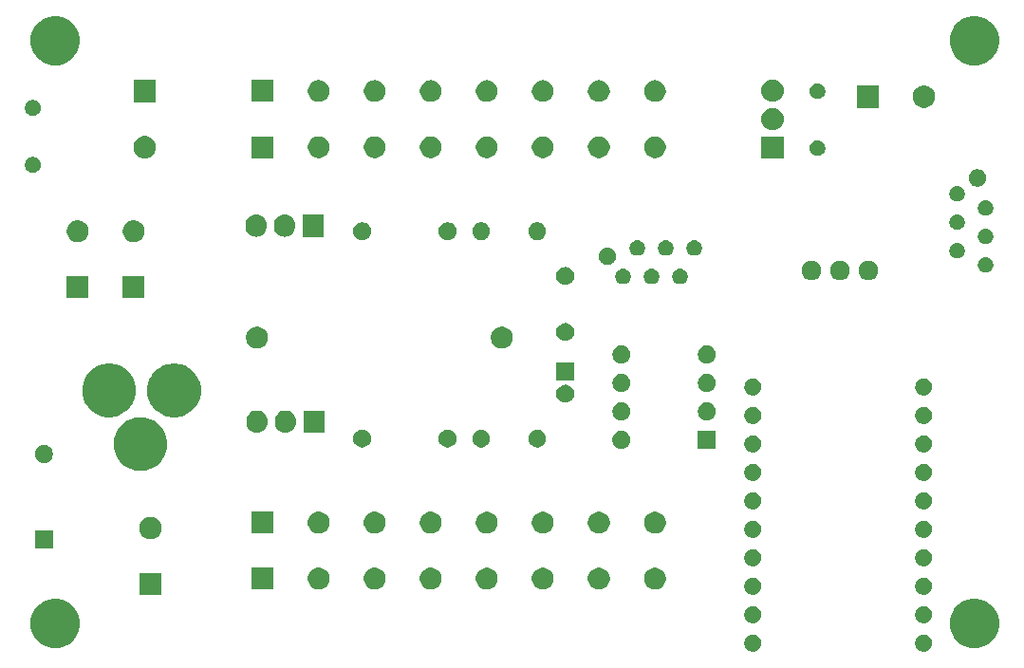
<source format=gbr>
%TF.GenerationSoftware,KiCad,Pcbnew,(5.1.6-0-10_14)*%
%TF.CreationDate,2020-08-18T03:30:43-05:00*%
%TF.ProjectId,Main,4d61696e-2e6b-4696-9361-645f70636258,rev?*%
%TF.SameCoordinates,Original*%
%TF.FileFunction,Soldermask,Bot*%
%TF.FilePolarity,Negative*%
%FSLAX46Y46*%
G04 Gerber Fmt 4.6, Leading zero omitted, Abs format (unit mm)*
G04 Created by KiCad (PCBNEW (5.1.6-0-10_14)) date 2020-08-18 03:30:43*
%MOMM*%
%LPD*%
G01*
G04 APERTURE LIST*
%ADD10C,0.100000*%
G04 APERTURE END LIST*
D10*
G36*
X117618122Y-90993761D02*
G01*
X117716267Y-91013283D01*
X117854942Y-91070724D01*
X117854944Y-91070725D01*
X117917345Y-91112420D01*
X117979747Y-91154116D01*
X118085884Y-91260253D01*
X118169276Y-91385058D01*
X118226717Y-91523733D01*
X118256000Y-91670950D01*
X118256000Y-91821050D01*
X118226717Y-91968267D01*
X118169276Y-92106942D01*
X118085884Y-92231747D01*
X117979747Y-92337884D01*
X117917344Y-92379580D01*
X117854944Y-92421275D01*
X117854943Y-92421276D01*
X117854942Y-92421276D01*
X117716267Y-92478717D01*
X117618122Y-92498239D01*
X117569051Y-92508000D01*
X117418949Y-92508000D01*
X117369878Y-92498239D01*
X117271733Y-92478717D01*
X117133058Y-92421276D01*
X117133057Y-92421276D01*
X117133056Y-92421275D01*
X117070656Y-92379580D01*
X117008253Y-92337884D01*
X116902116Y-92231747D01*
X116818724Y-92106942D01*
X116761283Y-91968267D01*
X116732000Y-91821050D01*
X116732000Y-91670950D01*
X116761283Y-91523733D01*
X116818724Y-91385058D01*
X116902116Y-91260253D01*
X117008253Y-91154116D01*
X117070655Y-91112420D01*
X117133056Y-91070725D01*
X117133058Y-91070724D01*
X117271733Y-91013283D01*
X117369878Y-90993761D01*
X117418949Y-90984000D01*
X117569051Y-90984000D01*
X117618122Y-90993761D01*
G37*
G36*
X102378122Y-90993761D02*
G01*
X102476267Y-91013283D01*
X102614942Y-91070724D01*
X102614944Y-91070725D01*
X102677345Y-91112420D01*
X102739747Y-91154116D01*
X102845884Y-91260253D01*
X102929276Y-91385058D01*
X102986717Y-91523733D01*
X103016000Y-91670950D01*
X103016000Y-91821050D01*
X102986717Y-91968267D01*
X102929276Y-92106942D01*
X102845884Y-92231747D01*
X102739747Y-92337884D01*
X102677344Y-92379580D01*
X102614944Y-92421275D01*
X102614943Y-92421276D01*
X102614942Y-92421276D01*
X102476267Y-92478717D01*
X102378122Y-92498239D01*
X102329051Y-92508000D01*
X102178949Y-92508000D01*
X102129878Y-92498239D01*
X102031733Y-92478717D01*
X101893058Y-92421276D01*
X101893057Y-92421276D01*
X101893056Y-92421275D01*
X101830656Y-92379580D01*
X101768253Y-92337884D01*
X101662116Y-92231747D01*
X101578724Y-92106942D01*
X101521283Y-91968267D01*
X101492000Y-91821050D01*
X101492000Y-91670950D01*
X101521283Y-91523733D01*
X101578724Y-91385058D01*
X101662116Y-91260253D01*
X101768253Y-91154116D01*
X101830655Y-91112420D01*
X101893056Y-91070725D01*
X101893058Y-91070724D01*
X102031733Y-91013283D01*
X102129878Y-90993761D01*
X102178949Y-90984000D01*
X102329051Y-90984000D01*
X102378122Y-90993761D01*
G37*
G36*
X122641716Y-87884545D02*
G01*
X123042091Y-88050385D01*
X123042093Y-88050386D01*
X123222254Y-88170766D01*
X123402418Y-88291148D01*
X123708852Y-88597582D01*
X123949615Y-88957909D01*
X124115455Y-89358284D01*
X124200000Y-89783319D01*
X124200000Y-90216681D01*
X124115455Y-90641716D01*
X123949615Y-91042091D01*
X123949614Y-91042093D01*
X123874763Y-91154115D01*
X123708852Y-91402418D01*
X123402418Y-91708852D01*
X123234502Y-91821050D01*
X123042093Y-91949614D01*
X123042092Y-91949615D01*
X123042091Y-91949615D01*
X122641716Y-92115455D01*
X122216681Y-92200000D01*
X121783319Y-92200000D01*
X121358284Y-92115455D01*
X120957909Y-91949615D01*
X120957908Y-91949615D01*
X120957907Y-91949614D01*
X120765498Y-91821050D01*
X120597582Y-91708852D01*
X120291148Y-91402418D01*
X120125237Y-91154115D01*
X120050386Y-91042093D01*
X120050385Y-91042091D01*
X119884545Y-90641716D01*
X119800000Y-90216681D01*
X119800000Y-89783319D01*
X119884545Y-89358284D01*
X120050385Y-88957909D01*
X120291148Y-88597582D01*
X120597582Y-88291148D01*
X120777746Y-88170766D01*
X120957907Y-88050386D01*
X120957909Y-88050385D01*
X121358284Y-87884545D01*
X121783319Y-87800000D01*
X122216681Y-87800000D01*
X122641716Y-87884545D01*
G37*
G36*
X40641716Y-87884545D02*
G01*
X41042091Y-88050385D01*
X41042093Y-88050386D01*
X41222254Y-88170766D01*
X41402418Y-88291148D01*
X41708852Y-88597582D01*
X41949615Y-88957909D01*
X42115455Y-89358284D01*
X42200000Y-89783319D01*
X42200000Y-90216681D01*
X42115455Y-90641716D01*
X41949615Y-91042091D01*
X41949614Y-91042093D01*
X41874763Y-91154115D01*
X41708852Y-91402418D01*
X41402418Y-91708852D01*
X41234502Y-91821050D01*
X41042093Y-91949614D01*
X41042092Y-91949615D01*
X41042091Y-91949615D01*
X40641716Y-92115455D01*
X40216681Y-92200000D01*
X39783319Y-92200000D01*
X39358284Y-92115455D01*
X38957909Y-91949615D01*
X38957908Y-91949615D01*
X38957907Y-91949614D01*
X38765498Y-91821050D01*
X38597582Y-91708852D01*
X38291148Y-91402418D01*
X38125237Y-91154115D01*
X38050386Y-91042093D01*
X38050385Y-91042091D01*
X37884545Y-90641716D01*
X37800000Y-90216681D01*
X37800000Y-89783319D01*
X37884545Y-89358284D01*
X38050385Y-88957909D01*
X38291148Y-88597582D01*
X38597582Y-88291148D01*
X38777746Y-88170766D01*
X38957907Y-88050386D01*
X38957909Y-88050385D01*
X39358284Y-87884545D01*
X39783319Y-87800000D01*
X40216681Y-87800000D01*
X40641716Y-87884545D01*
G37*
G36*
X102378122Y-88453761D02*
G01*
X102476267Y-88473283D01*
X102614942Y-88530724D01*
X102614944Y-88530725D01*
X102677344Y-88572420D01*
X102739747Y-88614116D01*
X102845884Y-88720253D01*
X102929276Y-88845058D01*
X102986717Y-88983733D01*
X103016000Y-89130950D01*
X103016000Y-89281050D01*
X102986717Y-89428267D01*
X102929276Y-89566942D01*
X102845884Y-89691747D01*
X102739747Y-89797884D01*
X102677344Y-89839580D01*
X102614944Y-89881275D01*
X102614943Y-89881276D01*
X102614942Y-89881276D01*
X102476267Y-89938717D01*
X102378122Y-89958239D01*
X102329051Y-89968000D01*
X102178949Y-89968000D01*
X102129878Y-89958239D01*
X102031733Y-89938717D01*
X101893058Y-89881276D01*
X101893057Y-89881276D01*
X101893056Y-89881275D01*
X101830656Y-89839580D01*
X101768253Y-89797884D01*
X101662116Y-89691747D01*
X101578724Y-89566942D01*
X101521283Y-89428267D01*
X101492000Y-89281050D01*
X101492000Y-89130950D01*
X101521283Y-88983733D01*
X101578724Y-88845058D01*
X101662116Y-88720253D01*
X101768253Y-88614116D01*
X101830655Y-88572420D01*
X101893056Y-88530725D01*
X101893058Y-88530724D01*
X102031733Y-88473283D01*
X102129878Y-88453761D01*
X102178949Y-88444000D01*
X102329051Y-88444000D01*
X102378122Y-88453761D01*
G37*
G36*
X117618122Y-88453761D02*
G01*
X117716267Y-88473283D01*
X117854942Y-88530724D01*
X117854944Y-88530725D01*
X117917344Y-88572420D01*
X117979747Y-88614116D01*
X118085884Y-88720253D01*
X118169276Y-88845058D01*
X118226717Y-88983733D01*
X118256000Y-89130950D01*
X118256000Y-89281050D01*
X118226717Y-89428267D01*
X118169276Y-89566942D01*
X118085884Y-89691747D01*
X117979747Y-89797884D01*
X117917344Y-89839580D01*
X117854944Y-89881275D01*
X117854943Y-89881276D01*
X117854942Y-89881276D01*
X117716267Y-89938717D01*
X117618122Y-89958239D01*
X117569051Y-89968000D01*
X117418949Y-89968000D01*
X117369878Y-89958239D01*
X117271733Y-89938717D01*
X117133058Y-89881276D01*
X117133057Y-89881276D01*
X117133056Y-89881275D01*
X117070656Y-89839580D01*
X117008253Y-89797884D01*
X116902116Y-89691747D01*
X116818724Y-89566942D01*
X116761283Y-89428267D01*
X116732000Y-89281050D01*
X116732000Y-89130950D01*
X116761283Y-88983733D01*
X116818724Y-88845058D01*
X116902116Y-88720253D01*
X117008253Y-88614116D01*
X117070655Y-88572420D01*
X117133056Y-88530725D01*
X117133058Y-88530724D01*
X117271733Y-88473283D01*
X117369878Y-88453761D01*
X117418949Y-88444000D01*
X117569051Y-88444000D01*
X117618122Y-88453761D01*
G37*
G36*
X49500000Y-87500000D02*
G01*
X47500000Y-87500000D01*
X47500000Y-85500000D01*
X49500000Y-85500000D01*
X49500000Y-87500000D01*
G37*
G36*
X117618122Y-85913761D02*
G01*
X117716267Y-85933283D01*
X117854942Y-85990724D01*
X117854944Y-85990725D01*
X117917345Y-86032420D01*
X117979747Y-86074116D01*
X118085884Y-86180253D01*
X118085885Y-86180255D01*
X118155470Y-86284395D01*
X118169276Y-86305058D01*
X118226717Y-86443733D01*
X118256000Y-86590950D01*
X118256000Y-86741050D01*
X118226717Y-86888267D01*
X118169276Y-87026942D01*
X118085884Y-87151747D01*
X117979747Y-87257884D01*
X117917345Y-87299580D01*
X117854944Y-87341275D01*
X117854943Y-87341276D01*
X117854942Y-87341276D01*
X117716267Y-87398717D01*
X117618122Y-87418239D01*
X117569051Y-87428000D01*
X117418949Y-87428000D01*
X117369878Y-87418239D01*
X117271733Y-87398717D01*
X117133058Y-87341276D01*
X117133057Y-87341276D01*
X117133056Y-87341275D01*
X117070656Y-87299580D01*
X117008253Y-87257884D01*
X116902116Y-87151747D01*
X116818724Y-87026942D01*
X116761283Y-86888267D01*
X116732000Y-86741050D01*
X116732000Y-86590950D01*
X116761283Y-86443733D01*
X116818724Y-86305058D01*
X116832531Y-86284395D01*
X116902115Y-86180255D01*
X116902116Y-86180253D01*
X117008253Y-86074116D01*
X117070655Y-86032420D01*
X117133056Y-85990725D01*
X117133058Y-85990724D01*
X117271733Y-85933283D01*
X117369878Y-85913761D01*
X117418949Y-85904000D01*
X117569051Y-85904000D01*
X117618122Y-85913761D01*
G37*
G36*
X102378122Y-85913761D02*
G01*
X102476267Y-85933283D01*
X102614942Y-85990724D01*
X102614944Y-85990725D01*
X102677345Y-86032420D01*
X102739747Y-86074116D01*
X102845884Y-86180253D01*
X102845885Y-86180255D01*
X102915470Y-86284395D01*
X102929276Y-86305058D01*
X102986717Y-86443733D01*
X103016000Y-86590950D01*
X103016000Y-86741050D01*
X102986717Y-86888267D01*
X102929276Y-87026942D01*
X102845884Y-87151747D01*
X102739747Y-87257884D01*
X102677345Y-87299580D01*
X102614944Y-87341275D01*
X102614943Y-87341276D01*
X102614942Y-87341276D01*
X102476267Y-87398717D01*
X102378122Y-87418239D01*
X102329051Y-87428000D01*
X102178949Y-87428000D01*
X102129878Y-87418239D01*
X102031733Y-87398717D01*
X101893058Y-87341276D01*
X101893057Y-87341276D01*
X101893056Y-87341275D01*
X101830656Y-87299580D01*
X101768253Y-87257884D01*
X101662116Y-87151747D01*
X101578724Y-87026942D01*
X101521283Y-86888267D01*
X101492000Y-86741050D01*
X101492000Y-86590950D01*
X101521283Y-86443733D01*
X101578724Y-86305058D01*
X101592531Y-86284395D01*
X101662115Y-86180255D01*
X101662116Y-86180253D01*
X101768253Y-86074116D01*
X101830655Y-86032420D01*
X101893056Y-85990725D01*
X101893058Y-85990724D01*
X102031733Y-85933283D01*
X102129878Y-85913761D01*
X102178949Y-85904000D01*
X102329051Y-85904000D01*
X102378122Y-85913761D01*
G37*
G36*
X93690213Y-85043734D02*
G01*
X93784397Y-85062468D01*
X93961836Y-85135966D01*
X94121527Y-85242668D01*
X94257332Y-85378473D01*
X94364034Y-85538164D01*
X94437532Y-85715603D01*
X94475000Y-85903971D01*
X94475000Y-86096029D01*
X94437532Y-86284397D01*
X94364034Y-86461836D01*
X94257332Y-86621527D01*
X94121527Y-86757332D01*
X93961836Y-86864034D01*
X93784397Y-86937532D01*
X93690213Y-86956266D01*
X93596031Y-86975000D01*
X93403969Y-86975000D01*
X93309787Y-86956266D01*
X93215603Y-86937532D01*
X93038164Y-86864034D01*
X92878473Y-86757332D01*
X92742668Y-86621527D01*
X92635966Y-86461836D01*
X92562468Y-86284397D01*
X92525000Y-86096029D01*
X92525000Y-85903971D01*
X92562468Y-85715603D01*
X92635966Y-85538164D01*
X92742668Y-85378473D01*
X92878473Y-85242668D01*
X93038164Y-85135966D01*
X93215603Y-85062468D01*
X93309787Y-85043734D01*
X93403969Y-85025000D01*
X93596031Y-85025000D01*
X93690213Y-85043734D01*
G37*
G36*
X88690213Y-85043734D02*
G01*
X88784397Y-85062468D01*
X88961836Y-85135966D01*
X89121527Y-85242668D01*
X89257332Y-85378473D01*
X89364034Y-85538164D01*
X89437532Y-85715603D01*
X89475000Y-85903971D01*
X89475000Y-86096029D01*
X89437532Y-86284397D01*
X89364034Y-86461836D01*
X89257332Y-86621527D01*
X89121527Y-86757332D01*
X88961836Y-86864034D01*
X88784397Y-86937532D01*
X88690213Y-86956266D01*
X88596031Y-86975000D01*
X88403969Y-86975000D01*
X88309787Y-86956266D01*
X88215603Y-86937532D01*
X88038164Y-86864034D01*
X87878473Y-86757332D01*
X87742668Y-86621527D01*
X87635966Y-86461836D01*
X87562468Y-86284397D01*
X87525000Y-86096029D01*
X87525000Y-85903971D01*
X87562468Y-85715603D01*
X87635966Y-85538164D01*
X87742668Y-85378473D01*
X87878473Y-85242668D01*
X88038164Y-85135966D01*
X88215603Y-85062468D01*
X88309787Y-85043734D01*
X88403969Y-85025000D01*
X88596031Y-85025000D01*
X88690213Y-85043734D01*
G37*
G36*
X83690213Y-85043734D02*
G01*
X83784397Y-85062468D01*
X83961836Y-85135966D01*
X84121527Y-85242668D01*
X84257332Y-85378473D01*
X84364034Y-85538164D01*
X84437532Y-85715603D01*
X84475000Y-85903971D01*
X84475000Y-86096029D01*
X84437532Y-86284397D01*
X84364034Y-86461836D01*
X84257332Y-86621527D01*
X84121527Y-86757332D01*
X83961836Y-86864034D01*
X83784397Y-86937532D01*
X83690213Y-86956266D01*
X83596031Y-86975000D01*
X83403969Y-86975000D01*
X83309787Y-86956266D01*
X83215603Y-86937532D01*
X83038164Y-86864034D01*
X82878473Y-86757332D01*
X82742668Y-86621527D01*
X82635966Y-86461836D01*
X82562468Y-86284397D01*
X82525000Y-86096029D01*
X82525000Y-85903971D01*
X82562468Y-85715603D01*
X82635966Y-85538164D01*
X82742668Y-85378473D01*
X82878473Y-85242668D01*
X83038164Y-85135966D01*
X83215603Y-85062468D01*
X83309787Y-85043734D01*
X83403969Y-85025000D01*
X83596031Y-85025000D01*
X83690213Y-85043734D01*
G37*
G36*
X78690213Y-85043734D02*
G01*
X78784397Y-85062468D01*
X78961836Y-85135966D01*
X79121527Y-85242668D01*
X79257332Y-85378473D01*
X79364034Y-85538164D01*
X79437532Y-85715603D01*
X79475000Y-85903971D01*
X79475000Y-86096029D01*
X79437532Y-86284397D01*
X79364034Y-86461836D01*
X79257332Y-86621527D01*
X79121527Y-86757332D01*
X78961836Y-86864034D01*
X78784397Y-86937532D01*
X78690213Y-86956266D01*
X78596031Y-86975000D01*
X78403969Y-86975000D01*
X78309787Y-86956266D01*
X78215603Y-86937532D01*
X78038164Y-86864034D01*
X77878473Y-86757332D01*
X77742668Y-86621527D01*
X77635966Y-86461836D01*
X77562468Y-86284397D01*
X77525000Y-86096029D01*
X77525000Y-85903971D01*
X77562468Y-85715603D01*
X77635966Y-85538164D01*
X77742668Y-85378473D01*
X77878473Y-85242668D01*
X78038164Y-85135966D01*
X78215603Y-85062468D01*
X78309787Y-85043734D01*
X78403969Y-85025000D01*
X78596031Y-85025000D01*
X78690213Y-85043734D01*
G37*
G36*
X73690213Y-85043734D02*
G01*
X73784397Y-85062468D01*
X73961836Y-85135966D01*
X74121527Y-85242668D01*
X74257332Y-85378473D01*
X74364034Y-85538164D01*
X74437532Y-85715603D01*
X74475000Y-85903971D01*
X74475000Y-86096029D01*
X74437532Y-86284397D01*
X74364034Y-86461836D01*
X74257332Y-86621527D01*
X74121527Y-86757332D01*
X73961836Y-86864034D01*
X73784397Y-86937532D01*
X73690213Y-86956266D01*
X73596031Y-86975000D01*
X73403969Y-86975000D01*
X73309787Y-86956266D01*
X73215603Y-86937532D01*
X73038164Y-86864034D01*
X72878473Y-86757332D01*
X72742668Y-86621527D01*
X72635966Y-86461836D01*
X72562468Y-86284397D01*
X72525000Y-86096029D01*
X72525000Y-85903971D01*
X72562468Y-85715603D01*
X72635966Y-85538164D01*
X72742668Y-85378473D01*
X72878473Y-85242668D01*
X73038164Y-85135966D01*
X73215603Y-85062468D01*
X73309787Y-85043734D01*
X73403969Y-85025000D01*
X73596031Y-85025000D01*
X73690213Y-85043734D01*
G37*
G36*
X68690213Y-85043734D02*
G01*
X68784397Y-85062468D01*
X68961836Y-85135966D01*
X69121527Y-85242668D01*
X69257332Y-85378473D01*
X69364034Y-85538164D01*
X69437532Y-85715603D01*
X69475000Y-85903971D01*
X69475000Y-86096029D01*
X69437532Y-86284397D01*
X69364034Y-86461836D01*
X69257332Y-86621527D01*
X69121527Y-86757332D01*
X68961836Y-86864034D01*
X68784397Y-86937532D01*
X68690213Y-86956266D01*
X68596031Y-86975000D01*
X68403969Y-86975000D01*
X68309787Y-86956266D01*
X68215603Y-86937532D01*
X68038164Y-86864034D01*
X67878473Y-86757332D01*
X67742668Y-86621527D01*
X67635966Y-86461836D01*
X67562468Y-86284397D01*
X67525000Y-86096029D01*
X67525000Y-85903971D01*
X67562468Y-85715603D01*
X67635966Y-85538164D01*
X67742668Y-85378473D01*
X67878473Y-85242668D01*
X68038164Y-85135966D01*
X68215603Y-85062468D01*
X68309787Y-85043734D01*
X68403969Y-85025000D01*
X68596031Y-85025000D01*
X68690213Y-85043734D01*
G37*
G36*
X63690213Y-85043734D02*
G01*
X63784397Y-85062468D01*
X63961836Y-85135966D01*
X64121527Y-85242668D01*
X64257332Y-85378473D01*
X64364034Y-85538164D01*
X64437532Y-85715603D01*
X64475000Y-85903971D01*
X64475000Y-86096029D01*
X64437532Y-86284397D01*
X64364034Y-86461836D01*
X64257332Y-86621527D01*
X64121527Y-86757332D01*
X63961836Y-86864034D01*
X63784397Y-86937532D01*
X63690213Y-86956266D01*
X63596031Y-86975000D01*
X63403969Y-86975000D01*
X63309787Y-86956266D01*
X63215603Y-86937532D01*
X63038164Y-86864034D01*
X62878473Y-86757332D01*
X62742668Y-86621527D01*
X62635966Y-86461836D01*
X62562468Y-86284397D01*
X62525000Y-86096029D01*
X62525000Y-85903971D01*
X62562468Y-85715603D01*
X62635966Y-85538164D01*
X62742668Y-85378473D01*
X62878473Y-85242668D01*
X63038164Y-85135966D01*
X63215603Y-85062468D01*
X63309787Y-85043734D01*
X63403969Y-85025000D01*
X63596031Y-85025000D01*
X63690213Y-85043734D01*
G37*
G36*
X59475000Y-86975000D02*
G01*
X57525000Y-86975000D01*
X57525000Y-85025000D01*
X59475000Y-85025000D01*
X59475000Y-86975000D01*
G37*
G36*
X102378122Y-83373761D02*
G01*
X102476267Y-83393283D01*
X102614942Y-83450724D01*
X102614944Y-83450725D01*
X102677344Y-83492420D01*
X102739747Y-83534116D01*
X102845884Y-83640253D01*
X102929276Y-83765058D01*
X102986717Y-83903733D01*
X103016000Y-84050950D01*
X103016000Y-84201050D01*
X102986717Y-84348267D01*
X102929276Y-84486942D01*
X102845884Y-84611747D01*
X102739747Y-84717884D01*
X102677344Y-84759580D01*
X102614944Y-84801275D01*
X102614943Y-84801276D01*
X102614942Y-84801276D01*
X102476267Y-84858717D01*
X102378122Y-84878239D01*
X102329051Y-84888000D01*
X102178949Y-84888000D01*
X102129878Y-84878239D01*
X102031733Y-84858717D01*
X101893058Y-84801276D01*
X101893057Y-84801276D01*
X101893056Y-84801275D01*
X101830656Y-84759580D01*
X101768253Y-84717884D01*
X101662116Y-84611747D01*
X101578724Y-84486942D01*
X101521283Y-84348267D01*
X101492000Y-84201050D01*
X101492000Y-84050950D01*
X101521283Y-83903733D01*
X101578724Y-83765058D01*
X101662116Y-83640253D01*
X101768253Y-83534116D01*
X101830656Y-83492420D01*
X101893056Y-83450725D01*
X101893058Y-83450724D01*
X102031733Y-83393283D01*
X102129878Y-83373761D01*
X102178949Y-83364000D01*
X102329051Y-83364000D01*
X102378122Y-83373761D01*
G37*
G36*
X117618122Y-83373761D02*
G01*
X117716267Y-83393283D01*
X117854942Y-83450724D01*
X117854944Y-83450725D01*
X117917344Y-83492420D01*
X117979747Y-83534116D01*
X118085884Y-83640253D01*
X118169276Y-83765058D01*
X118226717Y-83903733D01*
X118256000Y-84050950D01*
X118256000Y-84201050D01*
X118226717Y-84348267D01*
X118169276Y-84486942D01*
X118085884Y-84611747D01*
X117979747Y-84717884D01*
X117917344Y-84759580D01*
X117854944Y-84801275D01*
X117854943Y-84801276D01*
X117854942Y-84801276D01*
X117716267Y-84858717D01*
X117618122Y-84878239D01*
X117569051Y-84888000D01*
X117418949Y-84888000D01*
X117369878Y-84878239D01*
X117271733Y-84858717D01*
X117133058Y-84801276D01*
X117133057Y-84801276D01*
X117133056Y-84801275D01*
X117070656Y-84759580D01*
X117008253Y-84717884D01*
X116902116Y-84611747D01*
X116818724Y-84486942D01*
X116761283Y-84348267D01*
X116732000Y-84201050D01*
X116732000Y-84050950D01*
X116761283Y-83903733D01*
X116818724Y-83765058D01*
X116902116Y-83640253D01*
X117008253Y-83534116D01*
X117070656Y-83492420D01*
X117133056Y-83450725D01*
X117133058Y-83450724D01*
X117271733Y-83393283D01*
X117369878Y-83373761D01*
X117418949Y-83364000D01*
X117569051Y-83364000D01*
X117618122Y-83373761D01*
G37*
G36*
X39800000Y-83300000D02*
G01*
X38200000Y-83300000D01*
X38200000Y-81700000D01*
X39800000Y-81700000D01*
X39800000Y-83300000D01*
G37*
G36*
X48695090Y-80519215D02*
G01*
X48791689Y-80538429D01*
X48973678Y-80613811D01*
X49137463Y-80723249D01*
X49276751Y-80862537D01*
X49386189Y-81026322D01*
X49461571Y-81208311D01*
X49464902Y-81225058D01*
X49500000Y-81401507D01*
X49500000Y-81598493D01*
X49487556Y-81661051D01*
X49461571Y-81791689D01*
X49386189Y-81973678D01*
X49276751Y-82137463D01*
X49137463Y-82276751D01*
X48973678Y-82386189D01*
X48791689Y-82461571D01*
X48695090Y-82480786D01*
X48598493Y-82500000D01*
X48401507Y-82500000D01*
X48304910Y-82480786D01*
X48208311Y-82461571D01*
X48026322Y-82386189D01*
X47862537Y-82276751D01*
X47723249Y-82137463D01*
X47613811Y-81973678D01*
X47538429Y-81791689D01*
X47512444Y-81661051D01*
X47500000Y-81598493D01*
X47500000Y-81401507D01*
X47535098Y-81225058D01*
X47538429Y-81208311D01*
X47613811Y-81026322D01*
X47723249Y-80862537D01*
X47862537Y-80723249D01*
X48026322Y-80613811D01*
X48208311Y-80538429D01*
X48304910Y-80519215D01*
X48401507Y-80500000D01*
X48598493Y-80500000D01*
X48695090Y-80519215D01*
G37*
G36*
X117618122Y-80833761D02*
G01*
X117716267Y-80853283D01*
X117854942Y-80910724D01*
X117854944Y-80910725D01*
X117917344Y-80952420D01*
X117979747Y-80994116D01*
X118085884Y-81100253D01*
X118085885Y-81100255D01*
X118158088Y-81208313D01*
X118169276Y-81225058D01*
X118226717Y-81363733D01*
X118256000Y-81510950D01*
X118256000Y-81661050D01*
X118226717Y-81808267D01*
X118169276Y-81946942D01*
X118085884Y-82071747D01*
X117979747Y-82177884D01*
X117917344Y-82219580D01*
X117854944Y-82261275D01*
X117854943Y-82261276D01*
X117854942Y-82261276D01*
X117716267Y-82318717D01*
X117618122Y-82338239D01*
X117569051Y-82348000D01*
X117418949Y-82348000D01*
X117369878Y-82338239D01*
X117271733Y-82318717D01*
X117133058Y-82261276D01*
X117133057Y-82261276D01*
X117133056Y-82261275D01*
X117070655Y-82219580D01*
X117008253Y-82177884D01*
X116902116Y-82071747D01*
X116818724Y-81946942D01*
X116761283Y-81808267D01*
X116732000Y-81661050D01*
X116732000Y-81510950D01*
X116761283Y-81363733D01*
X116818724Y-81225058D01*
X116829913Y-81208313D01*
X116902115Y-81100255D01*
X116902116Y-81100253D01*
X117008253Y-80994116D01*
X117070656Y-80952420D01*
X117133056Y-80910725D01*
X117133058Y-80910724D01*
X117271733Y-80853283D01*
X117369878Y-80833761D01*
X117418949Y-80824000D01*
X117569051Y-80824000D01*
X117618122Y-80833761D01*
G37*
G36*
X102378122Y-80833761D02*
G01*
X102476267Y-80853283D01*
X102614942Y-80910724D01*
X102614944Y-80910725D01*
X102677344Y-80952420D01*
X102739747Y-80994116D01*
X102845884Y-81100253D01*
X102845885Y-81100255D01*
X102918088Y-81208313D01*
X102929276Y-81225058D01*
X102986717Y-81363733D01*
X103016000Y-81510950D01*
X103016000Y-81661050D01*
X102986717Y-81808267D01*
X102929276Y-81946942D01*
X102845884Y-82071747D01*
X102739747Y-82177884D01*
X102677344Y-82219580D01*
X102614944Y-82261275D01*
X102614943Y-82261276D01*
X102614942Y-82261276D01*
X102476267Y-82318717D01*
X102378122Y-82338239D01*
X102329051Y-82348000D01*
X102178949Y-82348000D01*
X102129878Y-82338239D01*
X102031733Y-82318717D01*
X101893058Y-82261276D01*
X101893057Y-82261276D01*
X101893056Y-82261275D01*
X101830655Y-82219580D01*
X101768253Y-82177884D01*
X101662116Y-82071747D01*
X101578724Y-81946942D01*
X101521283Y-81808267D01*
X101492000Y-81661050D01*
X101492000Y-81510950D01*
X101521283Y-81363733D01*
X101578724Y-81225058D01*
X101589913Y-81208313D01*
X101662115Y-81100255D01*
X101662116Y-81100253D01*
X101768253Y-80994116D01*
X101830656Y-80952420D01*
X101893056Y-80910725D01*
X101893058Y-80910724D01*
X102031733Y-80853283D01*
X102129878Y-80833761D01*
X102178949Y-80824000D01*
X102329051Y-80824000D01*
X102378122Y-80833761D01*
G37*
G36*
X73690213Y-80043734D02*
G01*
X73784397Y-80062468D01*
X73961836Y-80135966D01*
X74121527Y-80242668D01*
X74257332Y-80378473D01*
X74364034Y-80538164D01*
X74437532Y-80715603D01*
X74456266Y-80809787D01*
X74475000Y-80903969D01*
X74475000Y-81096031D01*
X74456266Y-81190213D01*
X74437532Y-81284397D01*
X74364034Y-81461836D01*
X74257332Y-81621527D01*
X74121527Y-81757332D01*
X73961836Y-81864034D01*
X73784397Y-81937532D01*
X73690213Y-81956266D01*
X73596031Y-81975000D01*
X73403969Y-81975000D01*
X73309787Y-81956266D01*
X73215603Y-81937532D01*
X73038164Y-81864034D01*
X72878473Y-81757332D01*
X72742668Y-81621527D01*
X72635966Y-81461836D01*
X72562468Y-81284397D01*
X72543734Y-81190213D01*
X72525000Y-81096031D01*
X72525000Y-80903969D01*
X72543734Y-80809787D01*
X72562468Y-80715603D01*
X72635966Y-80538164D01*
X72742668Y-80378473D01*
X72878473Y-80242668D01*
X73038164Y-80135966D01*
X73215603Y-80062468D01*
X73309787Y-80043734D01*
X73403969Y-80025000D01*
X73596031Y-80025000D01*
X73690213Y-80043734D01*
G37*
G36*
X59475000Y-81975000D02*
G01*
X57525000Y-81975000D01*
X57525000Y-80025000D01*
X59475000Y-80025000D01*
X59475000Y-81975000D01*
G37*
G36*
X63690213Y-80043734D02*
G01*
X63784397Y-80062468D01*
X63961836Y-80135966D01*
X64121527Y-80242668D01*
X64257332Y-80378473D01*
X64364034Y-80538164D01*
X64437532Y-80715603D01*
X64456266Y-80809787D01*
X64475000Y-80903969D01*
X64475000Y-81096031D01*
X64456266Y-81190213D01*
X64437532Y-81284397D01*
X64364034Y-81461836D01*
X64257332Y-81621527D01*
X64121527Y-81757332D01*
X63961836Y-81864034D01*
X63784397Y-81937532D01*
X63690213Y-81956266D01*
X63596031Y-81975000D01*
X63403969Y-81975000D01*
X63309787Y-81956266D01*
X63215603Y-81937532D01*
X63038164Y-81864034D01*
X62878473Y-81757332D01*
X62742668Y-81621527D01*
X62635966Y-81461836D01*
X62562468Y-81284397D01*
X62543734Y-81190213D01*
X62525000Y-81096031D01*
X62525000Y-80903969D01*
X62543734Y-80809787D01*
X62562468Y-80715603D01*
X62635966Y-80538164D01*
X62742668Y-80378473D01*
X62878473Y-80242668D01*
X63038164Y-80135966D01*
X63215603Y-80062468D01*
X63309787Y-80043734D01*
X63403969Y-80025000D01*
X63596031Y-80025000D01*
X63690213Y-80043734D01*
G37*
G36*
X68690213Y-80043734D02*
G01*
X68784397Y-80062468D01*
X68961836Y-80135966D01*
X69121527Y-80242668D01*
X69257332Y-80378473D01*
X69364034Y-80538164D01*
X69437532Y-80715603D01*
X69456266Y-80809787D01*
X69475000Y-80903969D01*
X69475000Y-81096031D01*
X69456266Y-81190213D01*
X69437532Y-81284397D01*
X69364034Y-81461836D01*
X69257332Y-81621527D01*
X69121527Y-81757332D01*
X68961836Y-81864034D01*
X68784397Y-81937532D01*
X68690213Y-81956266D01*
X68596031Y-81975000D01*
X68403969Y-81975000D01*
X68309787Y-81956266D01*
X68215603Y-81937532D01*
X68038164Y-81864034D01*
X67878473Y-81757332D01*
X67742668Y-81621527D01*
X67635966Y-81461836D01*
X67562468Y-81284397D01*
X67543734Y-81190213D01*
X67525000Y-81096031D01*
X67525000Y-80903969D01*
X67543734Y-80809787D01*
X67562468Y-80715603D01*
X67635966Y-80538164D01*
X67742668Y-80378473D01*
X67878473Y-80242668D01*
X68038164Y-80135966D01*
X68215603Y-80062468D01*
X68309787Y-80043734D01*
X68403969Y-80025000D01*
X68596031Y-80025000D01*
X68690213Y-80043734D01*
G37*
G36*
X78690213Y-80043734D02*
G01*
X78784397Y-80062468D01*
X78961836Y-80135966D01*
X79121527Y-80242668D01*
X79257332Y-80378473D01*
X79364034Y-80538164D01*
X79437532Y-80715603D01*
X79456266Y-80809787D01*
X79475000Y-80903969D01*
X79475000Y-81096031D01*
X79456266Y-81190213D01*
X79437532Y-81284397D01*
X79364034Y-81461836D01*
X79257332Y-81621527D01*
X79121527Y-81757332D01*
X78961836Y-81864034D01*
X78784397Y-81937532D01*
X78690213Y-81956266D01*
X78596031Y-81975000D01*
X78403969Y-81975000D01*
X78309787Y-81956266D01*
X78215603Y-81937532D01*
X78038164Y-81864034D01*
X77878473Y-81757332D01*
X77742668Y-81621527D01*
X77635966Y-81461836D01*
X77562468Y-81284397D01*
X77543734Y-81190213D01*
X77525000Y-81096031D01*
X77525000Y-80903969D01*
X77543734Y-80809787D01*
X77562468Y-80715603D01*
X77635966Y-80538164D01*
X77742668Y-80378473D01*
X77878473Y-80242668D01*
X78038164Y-80135966D01*
X78215603Y-80062468D01*
X78309787Y-80043734D01*
X78403969Y-80025000D01*
X78596031Y-80025000D01*
X78690213Y-80043734D01*
G37*
G36*
X83690213Y-80043734D02*
G01*
X83784397Y-80062468D01*
X83961836Y-80135966D01*
X84121527Y-80242668D01*
X84257332Y-80378473D01*
X84364034Y-80538164D01*
X84437532Y-80715603D01*
X84456266Y-80809787D01*
X84475000Y-80903969D01*
X84475000Y-81096031D01*
X84456266Y-81190213D01*
X84437532Y-81284397D01*
X84364034Y-81461836D01*
X84257332Y-81621527D01*
X84121527Y-81757332D01*
X83961836Y-81864034D01*
X83784397Y-81937532D01*
X83690213Y-81956266D01*
X83596031Y-81975000D01*
X83403969Y-81975000D01*
X83309787Y-81956266D01*
X83215603Y-81937532D01*
X83038164Y-81864034D01*
X82878473Y-81757332D01*
X82742668Y-81621527D01*
X82635966Y-81461836D01*
X82562468Y-81284397D01*
X82543734Y-81190213D01*
X82525000Y-81096031D01*
X82525000Y-80903969D01*
X82543734Y-80809787D01*
X82562468Y-80715603D01*
X82635966Y-80538164D01*
X82742668Y-80378473D01*
X82878473Y-80242668D01*
X83038164Y-80135966D01*
X83215603Y-80062468D01*
X83309787Y-80043734D01*
X83403969Y-80025000D01*
X83596031Y-80025000D01*
X83690213Y-80043734D01*
G37*
G36*
X88690213Y-80043734D02*
G01*
X88784397Y-80062468D01*
X88961836Y-80135966D01*
X89121527Y-80242668D01*
X89257332Y-80378473D01*
X89364034Y-80538164D01*
X89437532Y-80715603D01*
X89456266Y-80809787D01*
X89475000Y-80903969D01*
X89475000Y-81096031D01*
X89456266Y-81190213D01*
X89437532Y-81284397D01*
X89364034Y-81461836D01*
X89257332Y-81621527D01*
X89121527Y-81757332D01*
X88961836Y-81864034D01*
X88784397Y-81937532D01*
X88690213Y-81956266D01*
X88596031Y-81975000D01*
X88403969Y-81975000D01*
X88309787Y-81956266D01*
X88215603Y-81937532D01*
X88038164Y-81864034D01*
X87878473Y-81757332D01*
X87742668Y-81621527D01*
X87635966Y-81461836D01*
X87562468Y-81284397D01*
X87543734Y-81190213D01*
X87525000Y-81096031D01*
X87525000Y-80903969D01*
X87543734Y-80809787D01*
X87562468Y-80715603D01*
X87635966Y-80538164D01*
X87742668Y-80378473D01*
X87878473Y-80242668D01*
X88038164Y-80135966D01*
X88215603Y-80062468D01*
X88309787Y-80043734D01*
X88403969Y-80025000D01*
X88596031Y-80025000D01*
X88690213Y-80043734D01*
G37*
G36*
X93690213Y-80043734D02*
G01*
X93784397Y-80062468D01*
X93961836Y-80135966D01*
X94121527Y-80242668D01*
X94257332Y-80378473D01*
X94364034Y-80538164D01*
X94437532Y-80715603D01*
X94456266Y-80809787D01*
X94475000Y-80903969D01*
X94475000Y-81096031D01*
X94456266Y-81190213D01*
X94437532Y-81284397D01*
X94364034Y-81461836D01*
X94257332Y-81621527D01*
X94121527Y-81757332D01*
X93961836Y-81864034D01*
X93784397Y-81937532D01*
X93690213Y-81956266D01*
X93596031Y-81975000D01*
X93403969Y-81975000D01*
X93309787Y-81956266D01*
X93215603Y-81937532D01*
X93038164Y-81864034D01*
X92878473Y-81757332D01*
X92742668Y-81621527D01*
X92635966Y-81461836D01*
X92562468Y-81284397D01*
X92543734Y-81190213D01*
X92525000Y-81096031D01*
X92525000Y-80903969D01*
X92543734Y-80809787D01*
X92562468Y-80715603D01*
X92635966Y-80538164D01*
X92742668Y-80378473D01*
X92878473Y-80242668D01*
X93038164Y-80135966D01*
X93215603Y-80062468D01*
X93309787Y-80043734D01*
X93403969Y-80025000D01*
X93596031Y-80025000D01*
X93690213Y-80043734D01*
G37*
G36*
X102378122Y-78293761D02*
G01*
X102476267Y-78313283D01*
X102614942Y-78370724D01*
X102614944Y-78370725D01*
X102677345Y-78412420D01*
X102739747Y-78454116D01*
X102845884Y-78560253D01*
X102929276Y-78685058D01*
X102986717Y-78823733D01*
X103016000Y-78970950D01*
X103016000Y-79121050D01*
X102986717Y-79268267D01*
X102929276Y-79406942D01*
X102845884Y-79531747D01*
X102739747Y-79637884D01*
X102677344Y-79679580D01*
X102614944Y-79721275D01*
X102614943Y-79721276D01*
X102614942Y-79721276D01*
X102476267Y-79778717D01*
X102378122Y-79798239D01*
X102329051Y-79808000D01*
X102178949Y-79808000D01*
X102129878Y-79798239D01*
X102031733Y-79778717D01*
X101893058Y-79721276D01*
X101893057Y-79721276D01*
X101893056Y-79721275D01*
X101830656Y-79679580D01*
X101768253Y-79637884D01*
X101662116Y-79531747D01*
X101578724Y-79406942D01*
X101521283Y-79268267D01*
X101492000Y-79121050D01*
X101492000Y-78970950D01*
X101521283Y-78823733D01*
X101578724Y-78685058D01*
X101662116Y-78560253D01*
X101768253Y-78454116D01*
X101830655Y-78412420D01*
X101893056Y-78370725D01*
X101893058Y-78370724D01*
X102031733Y-78313283D01*
X102129878Y-78293761D01*
X102178949Y-78284000D01*
X102329051Y-78284000D01*
X102378122Y-78293761D01*
G37*
G36*
X117618122Y-78293761D02*
G01*
X117716267Y-78313283D01*
X117854942Y-78370724D01*
X117854944Y-78370725D01*
X117917345Y-78412420D01*
X117979747Y-78454116D01*
X118085884Y-78560253D01*
X118169276Y-78685058D01*
X118226717Y-78823733D01*
X118256000Y-78970950D01*
X118256000Y-79121050D01*
X118226717Y-79268267D01*
X118169276Y-79406942D01*
X118085884Y-79531747D01*
X117979747Y-79637884D01*
X117917344Y-79679580D01*
X117854944Y-79721275D01*
X117854943Y-79721276D01*
X117854942Y-79721276D01*
X117716267Y-79778717D01*
X117618122Y-79798239D01*
X117569051Y-79808000D01*
X117418949Y-79808000D01*
X117369878Y-79798239D01*
X117271733Y-79778717D01*
X117133058Y-79721276D01*
X117133057Y-79721276D01*
X117133056Y-79721275D01*
X117070656Y-79679580D01*
X117008253Y-79637884D01*
X116902116Y-79531747D01*
X116818724Y-79406942D01*
X116761283Y-79268267D01*
X116732000Y-79121050D01*
X116732000Y-78970950D01*
X116761283Y-78823733D01*
X116818724Y-78685058D01*
X116902116Y-78560253D01*
X117008253Y-78454116D01*
X117070655Y-78412420D01*
X117133056Y-78370725D01*
X117133058Y-78370724D01*
X117271733Y-78313283D01*
X117369878Y-78293761D01*
X117418949Y-78284000D01*
X117569051Y-78284000D01*
X117618122Y-78293761D01*
G37*
G36*
X117618122Y-75753761D02*
G01*
X117716267Y-75773283D01*
X117854942Y-75830724D01*
X117854944Y-75830725D01*
X117905045Y-75864202D01*
X117979747Y-75914116D01*
X118085884Y-76020253D01*
X118169276Y-76145058D01*
X118226717Y-76283733D01*
X118256000Y-76430950D01*
X118256000Y-76581050D01*
X118226717Y-76728267D01*
X118169276Y-76866942D01*
X118085884Y-76991747D01*
X117979747Y-77097884D01*
X117917344Y-77139580D01*
X117854944Y-77181275D01*
X117854943Y-77181276D01*
X117854942Y-77181276D01*
X117716267Y-77238717D01*
X117618122Y-77258239D01*
X117569051Y-77268000D01*
X117418949Y-77268000D01*
X117369878Y-77258239D01*
X117271733Y-77238717D01*
X117133058Y-77181276D01*
X117133057Y-77181276D01*
X117133056Y-77181275D01*
X117070655Y-77139580D01*
X117008253Y-77097884D01*
X116902116Y-76991747D01*
X116818724Y-76866942D01*
X116761283Y-76728267D01*
X116732000Y-76581050D01*
X116732000Y-76430950D01*
X116761283Y-76283733D01*
X116818724Y-76145058D01*
X116902116Y-76020253D01*
X117008253Y-75914116D01*
X117082955Y-75864202D01*
X117133056Y-75830725D01*
X117133058Y-75830724D01*
X117271733Y-75773283D01*
X117369878Y-75753761D01*
X117418949Y-75744000D01*
X117569051Y-75744000D01*
X117618122Y-75753761D01*
G37*
G36*
X102378122Y-75753761D02*
G01*
X102476267Y-75773283D01*
X102614942Y-75830724D01*
X102614944Y-75830725D01*
X102665045Y-75864202D01*
X102739747Y-75914116D01*
X102845884Y-76020253D01*
X102929276Y-76145058D01*
X102986717Y-76283733D01*
X103016000Y-76430950D01*
X103016000Y-76581050D01*
X102986717Y-76728267D01*
X102929276Y-76866942D01*
X102845884Y-76991747D01*
X102739747Y-77097884D01*
X102677344Y-77139580D01*
X102614944Y-77181275D01*
X102614943Y-77181276D01*
X102614942Y-77181276D01*
X102476267Y-77238717D01*
X102378122Y-77258239D01*
X102329051Y-77268000D01*
X102178949Y-77268000D01*
X102129878Y-77258239D01*
X102031733Y-77238717D01*
X101893058Y-77181276D01*
X101893057Y-77181276D01*
X101893056Y-77181275D01*
X101830655Y-77139580D01*
X101768253Y-77097884D01*
X101662116Y-76991747D01*
X101578724Y-76866942D01*
X101521283Y-76728267D01*
X101492000Y-76581050D01*
X101492000Y-76430950D01*
X101521283Y-76283733D01*
X101578724Y-76145058D01*
X101662116Y-76020253D01*
X101768253Y-75914116D01*
X101842955Y-75864202D01*
X101893056Y-75830725D01*
X101893058Y-75830724D01*
X102031733Y-75773283D01*
X102129878Y-75753761D01*
X102178949Y-75744000D01*
X102329051Y-75744000D01*
X102378122Y-75753761D01*
G37*
G36*
X48068217Y-71646115D02*
G01*
X48300054Y-71692230D01*
X48679150Y-71849257D01*
X48736828Y-71873148D01*
X48785569Y-71905716D01*
X49129911Y-72135798D01*
X49464202Y-72470089D01*
X49464203Y-72470091D01*
X49638366Y-72730743D01*
X49726853Y-72863174D01*
X49907770Y-73299946D01*
X49931890Y-73421206D01*
X50000000Y-73763619D01*
X50000000Y-74236381D01*
X49973415Y-74370032D01*
X49907770Y-74700054D01*
X49726853Y-75136826D01*
X49464202Y-75529911D01*
X49129911Y-75864202D01*
X49055211Y-75914115D01*
X48736828Y-76126852D01*
X48736827Y-76126853D01*
X48736826Y-76126853D01*
X48300054Y-76307770D01*
X48068217Y-76353885D01*
X47836381Y-76400000D01*
X47363619Y-76400000D01*
X47131783Y-76353885D01*
X46899946Y-76307770D01*
X46463174Y-76126853D01*
X46463173Y-76126853D01*
X46463172Y-76126852D01*
X46144789Y-75914115D01*
X46070089Y-75864202D01*
X45735798Y-75529911D01*
X45473147Y-75136826D01*
X45292230Y-74700054D01*
X45226585Y-74370032D01*
X45200000Y-74236381D01*
X45200000Y-73763619D01*
X45268110Y-73421206D01*
X45292230Y-73299946D01*
X45473147Y-72863174D01*
X45561635Y-72730743D01*
X45735797Y-72470091D01*
X45735798Y-72470089D01*
X46070089Y-72135798D01*
X46414431Y-71905716D01*
X46463172Y-71873148D01*
X46520850Y-71849257D01*
X46899946Y-71692230D01*
X47131783Y-71646115D01*
X47363619Y-71600000D01*
X47836381Y-71600000D01*
X48068217Y-71646115D01*
G37*
G36*
X39130312Y-74090248D02*
G01*
X39233351Y-74110743D01*
X39378942Y-74171049D01*
X39509970Y-74258599D01*
X39621401Y-74370030D01*
X39708951Y-74501058D01*
X39769257Y-74646649D01*
X39800000Y-74801207D01*
X39800000Y-74958793D01*
X39769257Y-75113351D01*
X39708951Y-75258942D01*
X39621401Y-75389970D01*
X39509970Y-75501401D01*
X39378942Y-75588951D01*
X39233351Y-75649257D01*
X39130312Y-75669752D01*
X39078794Y-75680000D01*
X38921206Y-75680000D01*
X38869688Y-75669752D01*
X38766649Y-75649257D01*
X38621058Y-75588951D01*
X38490030Y-75501401D01*
X38378599Y-75389970D01*
X38291049Y-75258942D01*
X38230743Y-75113351D01*
X38200000Y-74958793D01*
X38200000Y-74801207D01*
X38230743Y-74646649D01*
X38291049Y-74501058D01*
X38378599Y-74370030D01*
X38490030Y-74258599D01*
X38621058Y-74171049D01*
X38766649Y-74110743D01*
X38869688Y-74090248D01*
X38921206Y-74080000D01*
X39078794Y-74080000D01*
X39130312Y-74090248D01*
G37*
G36*
X117618122Y-73213761D02*
G01*
X117716267Y-73233283D01*
X117854942Y-73290724D01*
X117854944Y-73290725D01*
X117868744Y-73299946D01*
X117979747Y-73374116D01*
X118085884Y-73480253D01*
X118169276Y-73605058D01*
X118226717Y-73743733D01*
X118230673Y-73763621D01*
X118253612Y-73878942D01*
X118256000Y-73890950D01*
X118256000Y-74041050D01*
X118226717Y-74188267D01*
X118169276Y-74326942D01*
X118169275Y-74326944D01*
X118167934Y-74328951D01*
X118085884Y-74451747D01*
X117979747Y-74557884D01*
X117917345Y-74599580D01*
X117854944Y-74641275D01*
X117854943Y-74641276D01*
X117854942Y-74641276D01*
X117716267Y-74698717D01*
X117618122Y-74718239D01*
X117569051Y-74728000D01*
X117418949Y-74728000D01*
X117369878Y-74718239D01*
X117271733Y-74698717D01*
X117133058Y-74641276D01*
X117133057Y-74641276D01*
X117133056Y-74641275D01*
X117070655Y-74599580D01*
X117008253Y-74557884D01*
X116902116Y-74451747D01*
X116820066Y-74328951D01*
X116818725Y-74326944D01*
X116818724Y-74326942D01*
X116761283Y-74188267D01*
X116732000Y-74041050D01*
X116732000Y-73890950D01*
X116734389Y-73878942D01*
X116757327Y-73763621D01*
X116761283Y-73743733D01*
X116818724Y-73605058D01*
X116902116Y-73480253D01*
X117008253Y-73374116D01*
X117119256Y-73299946D01*
X117133056Y-73290725D01*
X117133058Y-73290724D01*
X117271733Y-73233283D01*
X117369878Y-73213761D01*
X117418949Y-73204000D01*
X117569051Y-73204000D01*
X117618122Y-73213761D01*
G37*
G36*
X102378122Y-73213761D02*
G01*
X102476267Y-73233283D01*
X102614942Y-73290724D01*
X102614944Y-73290725D01*
X102628744Y-73299946D01*
X102739747Y-73374116D01*
X102845884Y-73480253D01*
X102929276Y-73605058D01*
X102986717Y-73743733D01*
X102990673Y-73763621D01*
X103013612Y-73878942D01*
X103016000Y-73890950D01*
X103016000Y-74041050D01*
X102986717Y-74188267D01*
X102929276Y-74326942D01*
X102929275Y-74326944D01*
X102927934Y-74328951D01*
X102845884Y-74451747D01*
X102739747Y-74557884D01*
X102677345Y-74599580D01*
X102614944Y-74641275D01*
X102614943Y-74641276D01*
X102614942Y-74641276D01*
X102476267Y-74698717D01*
X102378122Y-74718239D01*
X102329051Y-74728000D01*
X102178949Y-74728000D01*
X102129878Y-74718239D01*
X102031733Y-74698717D01*
X101893058Y-74641276D01*
X101893057Y-74641276D01*
X101893056Y-74641275D01*
X101830655Y-74599580D01*
X101768253Y-74557884D01*
X101662116Y-74451747D01*
X101580066Y-74328951D01*
X101578725Y-74326944D01*
X101578724Y-74326942D01*
X101521283Y-74188267D01*
X101492000Y-74041050D01*
X101492000Y-73890950D01*
X101494389Y-73878942D01*
X101517327Y-73763621D01*
X101521283Y-73743733D01*
X101578724Y-73605058D01*
X101662116Y-73480253D01*
X101768253Y-73374116D01*
X101879256Y-73299946D01*
X101893056Y-73290725D01*
X101893058Y-73290724D01*
X102031733Y-73233283D01*
X102129878Y-73213761D01*
X102178949Y-73204000D01*
X102329051Y-73204000D01*
X102378122Y-73213761D01*
G37*
G36*
X98920000Y-74420000D02*
G01*
X97320000Y-74420000D01*
X97320000Y-72820000D01*
X98920000Y-72820000D01*
X98920000Y-74420000D01*
G37*
G36*
X90630312Y-72830248D02*
G01*
X90733351Y-72850743D01*
X90878942Y-72911049D01*
X91009970Y-72998599D01*
X91121401Y-73110030D01*
X91208951Y-73241058D01*
X91269257Y-73386649D01*
X91276131Y-73421207D01*
X91300000Y-73541206D01*
X91300000Y-73698794D01*
X91293126Y-73733351D01*
X91269257Y-73853351D01*
X91208951Y-73998942D01*
X91121401Y-74129970D01*
X91009970Y-74241401D01*
X90878942Y-74328951D01*
X90733351Y-74389257D01*
X90630312Y-74409752D01*
X90578794Y-74420000D01*
X90421206Y-74420000D01*
X90369688Y-74409752D01*
X90266649Y-74389257D01*
X90121058Y-74328951D01*
X89990030Y-74241401D01*
X89878599Y-74129970D01*
X89791049Y-73998942D01*
X89730743Y-73853351D01*
X89706874Y-73733351D01*
X89700000Y-73698794D01*
X89700000Y-73541206D01*
X89723869Y-73421207D01*
X89730743Y-73386649D01*
X89791049Y-73241058D01*
X89878599Y-73110030D01*
X89990030Y-72998599D01*
X90121058Y-72911049D01*
X90266649Y-72850743D01*
X90369688Y-72830248D01*
X90421206Y-72820000D01*
X90578794Y-72820000D01*
X90630312Y-72830248D01*
G37*
G36*
X75130312Y-72710248D02*
G01*
X75233351Y-72730743D01*
X75378942Y-72791049D01*
X75509970Y-72878599D01*
X75621401Y-72990030D01*
X75708951Y-73121058D01*
X75769257Y-73266649D01*
X75774046Y-73290725D01*
X75793127Y-73386651D01*
X75800000Y-73421207D01*
X75800000Y-73578793D01*
X75769257Y-73733351D01*
X75708951Y-73878942D01*
X75621401Y-74009970D01*
X75509970Y-74121401D01*
X75378942Y-74208951D01*
X75233351Y-74269257D01*
X75130312Y-74289752D01*
X75078794Y-74300000D01*
X74921206Y-74300000D01*
X74869688Y-74289752D01*
X74766649Y-74269257D01*
X74621058Y-74208951D01*
X74490030Y-74121401D01*
X74378599Y-74009970D01*
X74291049Y-73878942D01*
X74230743Y-73733351D01*
X74200000Y-73578793D01*
X74200000Y-73421207D01*
X74206874Y-73386651D01*
X74225954Y-73290725D01*
X74230743Y-73266649D01*
X74291049Y-73121058D01*
X74378599Y-72990030D01*
X74490030Y-72878599D01*
X74621058Y-72791049D01*
X74766649Y-72730743D01*
X74869688Y-72710248D01*
X74921206Y-72700000D01*
X75078794Y-72700000D01*
X75130312Y-72710248D01*
G37*
G36*
X67510312Y-72710248D02*
G01*
X67613351Y-72730743D01*
X67758942Y-72791049D01*
X67889970Y-72878599D01*
X68001401Y-72990030D01*
X68088951Y-73121058D01*
X68149257Y-73266649D01*
X68154046Y-73290725D01*
X68173127Y-73386651D01*
X68180000Y-73421207D01*
X68180000Y-73578793D01*
X68149257Y-73733351D01*
X68088951Y-73878942D01*
X68001401Y-74009970D01*
X67889970Y-74121401D01*
X67758942Y-74208951D01*
X67613351Y-74269257D01*
X67510312Y-74289752D01*
X67458794Y-74300000D01*
X67301206Y-74300000D01*
X67249688Y-74289752D01*
X67146649Y-74269257D01*
X67001058Y-74208951D01*
X66870030Y-74121401D01*
X66758599Y-74009970D01*
X66671049Y-73878942D01*
X66610743Y-73733351D01*
X66580000Y-73578793D01*
X66580000Y-73421207D01*
X66586874Y-73386651D01*
X66605954Y-73290725D01*
X66610743Y-73266649D01*
X66671049Y-73121058D01*
X66758599Y-72990030D01*
X66870030Y-72878599D01*
X67001058Y-72791049D01*
X67146649Y-72730743D01*
X67249688Y-72710248D01*
X67301206Y-72700000D01*
X67458794Y-72700000D01*
X67510312Y-72710248D01*
G37*
G36*
X83130312Y-72710248D02*
G01*
X83233351Y-72730743D01*
X83378942Y-72791049D01*
X83509970Y-72878599D01*
X83621401Y-72990030D01*
X83708951Y-73121058D01*
X83769257Y-73266649D01*
X83774046Y-73290725D01*
X83793127Y-73386651D01*
X83800000Y-73421207D01*
X83800000Y-73578793D01*
X83769257Y-73733351D01*
X83708951Y-73878942D01*
X83621401Y-74009970D01*
X83509970Y-74121401D01*
X83378942Y-74208951D01*
X83233351Y-74269257D01*
X83130312Y-74289752D01*
X83078794Y-74300000D01*
X82921206Y-74300000D01*
X82869688Y-74289752D01*
X82766649Y-74269257D01*
X82621058Y-74208951D01*
X82490030Y-74121401D01*
X82378599Y-74009970D01*
X82291049Y-73878942D01*
X82230743Y-73733351D01*
X82200000Y-73578793D01*
X82200000Y-73421207D01*
X82206874Y-73386651D01*
X82225954Y-73290725D01*
X82230743Y-73266649D01*
X82291049Y-73121058D01*
X82378599Y-72990030D01*
X82490030Y-72878599D01*
X82621058Y-72791049D01*
X82766649Y-72730743D01*
X82869688Y-72710248D01*
X82921206Y-72700000D01*
X83078794Y-72700000D01*
X83130312Y-72710248D01*
G37*
G36*
X78130312Y-72710248D02*
G01*
X78233351Y-72730743D01*
X78378942Y-72791049D01*
X78509970Y-72878599D01*
X78621401Y-72990030D01*
X78708951Y-73121058D01*
X78769257Y-73266649D01*
X78774046Y-73290725D01*
X78793127Y-73386651D01*
X78800000Y-73421207D01*
X78800000Y-73578793D01*
X78769257Y-73733351D01*
X78708951Y-73878942D01*
X78621401Y-74009970D01*
X78509970Y-74121401D01*
X78378942Y-74208951D01*
X78233351Y-74269257D01*
X78130312Y-74289752D01*
X78078794Y-74300000D01*
X77921206Y-74300000D01*
X77869688Y-74289752D01*
X77766649Y-74269257D01*
X77621058Y-74208951D01*
X77490030Y-74121401D01*
X77378599Y-74009970D01*
X77291049Y-73878942D01*
X77230743Y-73733351D01*
X77200000Y-73578793D01*
X77200000Y-73421207D01*
X77206874Y-73386651D01*
X77225954Y-73290725D01*
X77230743Y-73266649D01*
X77291049Y-73121058D01*
X77378599Y-72990030D01*
X77490030Y-72878599D01*
X77621058Y-72791049D01*
X77766649Y-72730743D01*
X77869688Y-72710248D01*
X77921206Y-72700000D01*
X78078794Y-72700000D01*
X78130312Y-72710248D01*
G37*
G36*
X60726725Y-71013782D02*
G01*
X60906270Y-71068247D01*
X61071738Y-71156691D01*
X61216778Y-71275722D01*
X61335806Y-71420758D01*
X61424254Y-71586235D01*
X61478718Y-71765776D01*
X61492500Y-71905707D01*
X61492500Y-72094294D01*
X61478718Y-72234225D01*
X61424253Y-72413770D01*
X61335809Y-72579238D01*
X61216778Y-72724278D01*
X61071742Y-72843306D01*
X60906265Y-72931754D01*
X60726724Y-72986218D01*
X60540000Y-73004609D01*
X60353275Y-72986218D01*
X60173730Y-72931753D01*
X60008262Y-72843309D01*
X59863222Y-72724278D01*
X59744194Y-72579242D01*
X59655746Y-72413765D01*
X59601282Y-72234224D01*
X59587500Y-72094293D01*
X59587500Y-71905706D01*
X59601282Y-71765775D01*
X59655747Y-71586230D01*
X59744191Y-71420762D01*
X59863222Y-71275722D01*
X60008258Y-71156694D01*
X60173735Y-71068246D01*
X60353276Y-71013782D01*
X60540000Y-70995391D01*
X60726725Y-71013782D01*
G37*
G36*
X58186725Y-71013782D02*
G01*
X58366270Y-71068247D01*
X58531738Y-71156691D01*
X58676778Y-71275722D01*
X58795806Y-71420758D01*
X58884254Y-71586235D01*
X58938718Y-71765776D01*
X58952500Y-71905707D01*
X58952500Y-72094294D01*
X58938718Y-72234225D01*
X58884253Y-72413770D01*
X58795809Y-72579238D01*
X58676778Y-72724278D01*
X58531742Y-72843306D01*
X58366265Y-72931754D01*
X58186724Y-72986218D01*
X58000000Y-73004609D01*
X57813275Y-72986218D01*
X57633730Y-72931753D01*
X57468262Y-72843309D01*
X57323222Y-72724278D01*
X57204194Y-72579242D01*
X57115746Y-72413765D01*
X57061282Y-72234224D01*
X57047500Y-72094293D01*
X57047500Y-71905706D01*
X57061282Y-71765775D01*
X57115747Y-71586230D01*
X57204191Y-71420762D01*
X57323222Y-71275722D01*
X57468258Y-71156694D01*
X57633735Y-71068246D01*
X57813276Y-71013782D01*
X58000000Y-70995391D01*
X58186725Y-71013782D01*
G37*
G36*
X64032500Y-73000000D02*
G01*
X62127500Y-73000000D01*
X62127500Y-71000000D01*
X64032500Y-71000000D01*
X64032500Y-73000000D01*
G37*
G36*
X117618122Y-70673761D02*
G01*
X117716267Y-70693283D01*
X117854942Y-70750724D01*
X117854944Y-70750725D01*
X117917344Y-70792420D01*
X117979747Y-70834116D01*
X118085884Y-70940253D01*
X118085885Y-70940255D01*
X118135015Y-71013782D01*
X118169276Y-71065058D01*
X118226717Y-71203733D01*
X118256000Y-71350950D01*
X118256000Y-71501050D01*
X118226717Y-71648267D01*
X118178043Y-71765776D01*
X118169275Y-71786944D01*
X118167934Y-71788951D01*
X118085884Y-71911747D01*
X117979747Y-72017884D01*
X117917344Y-72059580D01*
X117854944Y-72101275D01*
X117854943Y-72101276D01*
X117854942Y-72101276D01*
X117716267Y-72158717D01*
X117618122Y-72178239D01*
X117569051Y-72188000D01*
X117418949Y-72188000D01*
X117369878Y-72178239D01*
X117271733Y-72158717D01*
X117133058Y-72101276D01*
X117133057Y-72101276D01*
X117133056Y-72101275D01*
X117070656Y-72059580D01*
X117008253Y-72017884D01*
X116902116Y-71911747D01*
X116820066Y-71788951D01*
X116818725Y-71786944D01*
X116809957Y-71765776D01*
X116761283Y-71648267D01*
X116732000Y-71501050D01*
X116732000Y-71350950D01*
X116761283Y-71203733D01*
X116818724Y-71065058D01*
X116852986Y-71013782D01*
X116902115Y-70940255D01*
X116902116Y-70940253D01*
X117008253Y-70834116D01*
X117070656Y-70792420D01*
X117133056Y-70750725D01*
X117133058Y-70750724D01*
X117271733Y-70693283D01*
X117369878Y-70673761D01*
X117418949Y-70664000D01*
X117569051Y-70664000D01*
X117618122Y-70673761D01*
G37*
G36*
X102378122Y-70673761D02*
G01*
X102476267Y-70693283D01*
X102614942Y-70750724D01*
X102614944Y-70750725D01*
X102677344Y-70792420D01*
X102739747Y-70834116D01*
X102845884Y-70940253D01*
X102845885Y-70940255D01*
X102895015Y-71013782D01*
X102929276Y-71065058D01*
X102986717Y-71203733D01*
X103016000Y-71350950D01*
X103016000Y-71501050D01*
X102986717Y-71648267D01*
X102938043Y-71765776D01*
X102929275Y-71786944D01*
X102927934Y-71788951D01*
X102845884Y-71911747D01*
X102739747Y-72017884D01*
X102677344Y-72059580D01*
X102614944Y-72101275D01*
X102614943Y-72101276D01*
X102614942Y-72101276D01*
X102476267Y-72158717D01*
X102378122Y-72178239D01*
X102329051Y-72188000D01*
X102178949Y-72188000D01*
X102129878Y-72178239D01*
X102031733Y-72158717D01*
X101893058Y-72101276D01*
X101893057Y-72101276D01*
X101893056Y-72101275D01*
X101830656Y-72059580D01*
X101768253Y-72017884D01*
X101662116Y-71911747D01*
X101580066Y-71788951D01*
X101578725Y-71786944D01*
X101569957Y-71765776D01*
X101521283Y-71648267D01*
X101492000Y-71501050D01*
X101492000Y-71350950D01*
X101521283Y-71203733D01*
X101578724Y-71065058D01*
X101612986Y-71013782D01*
X101662115Y-70940255D01*
X101662116Y-70940253D01*
X101768253Y-70834116D01*
X101830656Y-70792420D01*
X101893056Y-70750725D01*
X101893058Y-70750724D01*
X102031733Y-70693283D01*
X102129878Y-70673761D01*
X102178949Y-70664000D01*
X102329051Y-70664000D01*
X102378122Y-70673761D01*
G37*
G36*
X90630312Y-70290248D02*
G01*
X90733351Y-70310743D01*
X90878942Y-70371049D01*
X91009970Y-70458599D01*
X91121401Y-70570030D01*
X91208951Y-70701058D01*
X91269257Y-70846649D01*
X91269257Y-70846651D01*
X91298844Y-70995392D01*
X91300000Y-71001207D01*
X91300000Y-71158793D01*
X91269257Y-71313351D01*
X91208951Y-71458942D01*
X91121401Y-71589970D01*
X91009970Y-71701401D01*
X90878942Y-71788951D01*
X90733351Y-71849257D01*
X90630312Y-71869752D01*
X90578794Y-71880000D01*
X90421206Y-71880000D01*
X90369688Y-71869752D01*
X90266649Y-71849257D01*
X90121058Y-71788951D01*
X89990030Y-71701401D01*
X89878599Y-71589970D01*
X89791049Y-71458942D01*
X89730743Y-71313351D01*
X89700000Y-71158793D01*
X89700000Y-71001207D01*
X89701157Y-70995392D01*
X89730743Y-70846651D01*
X89730743Y-70846649D01*
X89791049Y-70701058D01*
X89878599Y-70570030D01*
X89990030Y-70458599D01*
X90121058Y-70371049D01*
X90266649Y-70310743D01*
X90369688Y-70290248D01*
X90421206Y-70280000D01*
X90578794Y-70280000D01*
X90630312Y-70290248D01*
G37*
G36*
X98250312Y-70290248D02*
G01*
X98353351Y-70310743D01*
X98498942Y-70371049D01*
X98629970Y-70458599D01*
X98741401Y-70570030D01*
X98828951Y-70701058D01*
X98889257Y-70846649D01*
X98889257Y-70846651D01*
X98918844Y-70995392D01*
X98920000Y-71001207D01*
X98920000Y-71158793D01*
X98889257Y-71313351D01*
X98828951Y-71458942D01*
X98741401Y-71589970D01*
X98629970Y-71701401D01*
X98498942Y-71788951D01*
X98353351Y-71849257D01*
X98250312Y-71869752D01*
X98198794Y-71880000D01*
X98041206Y-71880000D01*
X97989688Y-71869752D01*
X97886649Y-71849257D01*
X97741058Y-71788951D01*
X97610030Y-71701401D01*
X97498599Y-71589970D01*
X97411049Y-71458942D01*
X97350743Y-71313351D01*
X97320000Y-71158793D01*
X97320000Y-71001207D01*
X97321157Y-70995392D01*
X97350743Y-70846651D01*
X97350743Y-70846649D01*
X97411049Y-70701058D01*
X97498599Y-70570030D01*
X97610030Y-70458599D01*
X97741058Y-70371049D01*
X97886649Y-70310743D01*
X97989688Y-70290248D01*
X98041206Y-70280000D01*
X98198794Y-70280000D01*
X98250312Y-70290248D01*
G37*
G36*
X51068217Y-66846115D02*
G01*
X51300054Y-66892230D01*
X51736826Y-67073147D01*
X51736828Y-67073148D01*
X51933369Y-67204473D01*
X52129911Y-67335798D01*
X52464202Y-67670089D01*
X52464203Y-67670091D01*
X52704709Y-68030032D01*
X52726853Y-68063174D01*
X52907770Y-68499946D01*
X52912765Y-68525058D01*
X53000000Y-68963619D01*
X53000000Y-69436381D01*
X52991744Y-69477885D01*
X52907770Y-69900054D01*
X52754841Y-70269257D01*
X52726852Y-70336828D01*
X52645488Y-70458598D01*
X52464202Y-70729911D01*
X52129911Y-71064202D01*
X51988344Y-71158794D01*
X51736828Y-71326852D01*
X51736827Y-71326853D01*
X51736826Y-71326853D01*
X51300054Y-71507770D01*
X51068216Y-71553885D01*
X50836381Y-71600000D01*
X50363619Y-71600000D01*
X50131784Y-71553885D01*
X49899946Y-71507770D01*
X49463174Y-71326853D01*
X49463173Y-71326853D01*
X49463172Y-71326852D01*
X49211656Y-71158794D01*
X49070089Y-71064202D01*
X48735798Y-70729911D01*
X48554512Y-70458598D01*
X48473148Y-70336828D01*
X48445159Y-70269257D01*
X48292230Y-69900054D01*
X48208256Y-69477885D01*
X48200000Y-69436381D01*
X48200000Y-68963619D01*
X48287235Y-68525058D01*
X48292230Y-68499946D01*
X48473147Y-68063174D01*
X48495292Y-68030032D01*
X48735797Y-67670091D01*
X48735798Y-67670089D01*
X49070089Y-67335798D01*
X49266631Y-67204473D01*
X49463172Y-67073148D01*
X49463174Y-67073147D01*
X49899946Y-66892230D01*
X50131783Y-66846115D01*
X50363619Y-66800000D01*
X50836381Y-66800000D01*
X51068217Y-66846115D01*
G37*
G36*
X45268217Y-66846115D02*
G01*
X45500054Y-66892230D01*
X45936826Y-67073147D01*
X45936828Y-67073148D01*
X46133369Y-67204473D01*
X46329911Y-67335798D01*
X46664202Y-67670089D01*
X46664203Y-67670091D01*
X46904709Y-68030032D01*
X46926853Y-68063174D01*
X47107770Y-68499946D01*
X47112765Y-68525058D01*
X47200000Y-68963619D01*
X47200000Y-69436381D01*
X47191744Y-69477885D01*
X47107770Y-69900054D01*
X46954841Y-70269257D01*
X46926852Y-70336828D01*
X46845488Y-70458598D01*
X46664202Y-70729911D01*
X46329911Y-71064202D01*
X46188344Y-71158794D01*
X45936828Y-71326852D01*
X45936827Y-71326853D01*
X45936826Y-71326853D01*
X45500054Y-71507770D01*
X45268216Y-71553885D01*
X45036381Y-71600000D01*
X44563619Y-71600000D01*
X44331784Y-71553885D01*
X44099946Y-71507770D01*
X43663174Y-71326853D01*
X43663173Y-71326853D01*
X43663172Y-71326852D01*
X43411656Y-71158794D01*
X43270089Y-71064202D01*
X42935798Y-70729911D01*
X42754512Y-70458598D01*
X42673148Y-70336828D01*
X42645159Y-70269257D01*
X42492230Y-69900054D01*
X42408256Y-69477885D01*
X42400000Y-69436381D01*
X42400000Y-68963619D01*
X42487235Y-68525058D01*
X42492230Y-68499946D01*
X42673147Y-68063174D01*
X42695292Y-68030032D01*
X42935797Y-67670091D01*
X42935798Y-67670089D01*
X43270089Y-67335798D01*
X43466631Y-67204473D01*
X43663172Y-67073148D01*
X43663174Y-67073147D01*
X44099946Y-66892230D01*
X44331783Y-66846115D01*
X44563619Y-66800000D01*
X45036381Y-66800000D01*
X45268217Y-66846115D01*
G37*
G36*
X85630312Y-68710248D02*
G01*
X85733351Y-68730743D01*
X85878942Y-68791049D01*
X86009970Y-68878599D01*
X86121401Y-68990030D01*
X86208951Y-69121058D01*
X86269257Y-69266649D01*
X86300000Y-69421207D01*
X86300000Y-69578793D01*
X86269257Y-69733351D01*
X86208951Y-69878942D01*
X86121401Y-70009970D01*
X86009970Y-70121401D01*
X85878942Y-70208951D01*
X85733351Y-70269257D01*
X85630312Y-70289752D01*
X85578794Y-70300000D01*
X85421206Y-70300000D01*
X85369688Y-70289752D01*
X85266649Y-70269257D01*
X85121058Y-70208951D01*
X84990030Y-70121401D01*
X84878599Y-70009970D01*
X84791049Y-69878942D01*
X84730743Y-69733351D01*
X84700000Y-69578793D01*
X84700000Y-69421207D01*
X84730743Y-69266649D01*
X84791049Y-69121058D01*
X84878599Y-68990030D01*
X84990030Y-68878599D01*
X85121058Y-68791049D01*
X85266649Y-68730743D01*
X85369688Y-68710248D01*
X85421206Y-68700000D01*
X85578794Y-68700000D01*
X85630312Y-68710248D01*
G37*
G36*
X117618122Y-68133761D02*
G01*
X117716267Y-68153283D01*
X117854942Y-68210724D01*
X117854944Y-68210725D01*
X117917345Y-68252420D01*
X117979747Y-68294116D01*
X118085884Y-68400253D01*
X118169276Y-68525058D01*
X118226717Y-68663733D01*
X118226717Y-68663735D01*
X118252042Y-68791049D01*
X118256000Y-68810950D01*
X118256000Y-68961050D01*
X118226717Y-69108267D01*
X118169276Y-69246942D01*
X118169275Y-69246944D01*
X118167934Y-69248951D01*
X118085884Y-69371747D01*
X117979747Y-69477884D01*
X117917345Y-69519580D01*
X117854944Y-69561275D01*
X117854943Y-69561276D01*
X117854942Y-69561276D01*
X117716267Y-69618717D01*
X117618122Y-69638239D01*
X117569051Y-69648000D01*
X117418949Y-69648000D01*
X117369878Y-69638239D01*
X117271733Y-69618717D01*
X117133058Y-69561276D01*
X117133057Y-69561276D01*
X117133056Y-69561275D01*
X117070655Y-69519580D01*
X117008253Y-69477884D01*
X116902116Y-69371747D01*
X116820066Y-69248951D01*
X116818725Y-69246944D01*
X116818724Y-69246942D01*
X116761283Y-69108267D01*
X116732000Y-68961050D01*
X116732000Y-68810950D01*
X116735959Y-68791049D01*
X116761283Y-68663735D01*
X116761283Y-68663733D01*
X116818724Y-68525058D01*
X116902116Y-68400253D01*
X117008253Y-68294116D01*
X117070656Y-68252420D01*
X117133056Y-68210725D01*
X117133058Y-68210724D01*
X117271733Y-68153283D01*
X117369878Y-68133761D01*
X117418949Y-68124000D01*
X117569051Y-68124000D01*
X117618122Y-68133761D01*
G37*
G36*
X102378122Y-68133761D02*
G01*
X102476267Y-68153283D01*
X102614942Y-68210724D01*
X102614944Y-68210725D01*
X102677345Y-68252420D01*
X102739747Y-68294116D01*
X102845884Y-68400253D01*
X102929276Y-68525058D01*
X102986717Y-68663733D01*
X102986717Y-68663735D01*
X103012042Y-68791049D01*
X103016000Y-68810950D01*
X103016000Y-68961050D01*
X102986717Y-69108267D01*
X102929276Y-69246942D01*
X102929275Y-69246944D01*
X102927934Y-69248951D01*
X102845884Y-69371747D01*
X102739747Y-69477884D01*
X102677345Y-69519580D01*
X102614944Y-69561275D01*
X102614943Y-69561276D01*
X102614942Y-69561276D01*
X102476267Y-69618717D01*
X102378122Y-69638239D01*
X102329051Y-69648000D01*
X102178949Y-69648000D01*
X102129878Y-69638239D01*
X102031733Y-69618717D01*
X101893058Y-69561276D01*
X101893057Y-69561276D01*
X101893056Y-69561275D01*
X101830655Y-69519580D01*
X101768253Y-69477884D01*
X101662116Y-69371747D01*
X101580066Y-69248951D01*
X101578725Y-69246944D01*
X101578724Y-69246942D01*
X101521283Y-69108267D01*
X101492000Y-68961050D01*
X101492000Y-68810950D01*
X101495959Y-68791049D01*
X101521283Y-68663735D01*
X101521283Y-68663733D01*
X101578724Y-68525058D01*
X101662116Y-68400253D01*
X101768253Y-68294116D01*
X101830656Y-68252420D01*
X101893056Y-68210725D01*
X101893058Y-68210724D01*
X102031733Y-68153283D01*
X102129878Y-68133761D01*
X102178949Y-68124000D01*
X102329051Y-68124000D01*
X102378122Y-68133761D01*
G37*
G36*
X98250312Y-67750248D02*
G01*
X98353351Y-67770743D01*
X98498942Y-67831049D01*
X98629970Y-67918599D01*
X98741401Y-68030030D01*
X98828951Y-68161058D01*
X98889257Y-68306649D01*
X98920000Y-68461207D01*
X98920000Y-68618793D01*
X98889257Y-68773351D01*
X98828951Y-68918942D01*
X98741401Y-69049970D01*
X98629970Y-69161401D01*
X98498942Y-69248951D01*
X98353351Y-69309257D01*
X98250312Y-69329752D01*
X98198794Y-69340000D01*
X98041206Y-69340000D01*
X97989688Y-69329752D01*
X97886649Y-69309257D01*
X97741058Y-69248951D01*
X97610030Y-69161401D01*
X97498599Y-69049970D01*
X97411049Y-68918942D01*
X97350743Y-68773351D01*
X97320000Y-68618793D01*
X97320000Y-68461207D01*
X97350743Y-68306649D01*
X97411049Y-68161058D01*
X97498599Y-68030030D01*
X97610030Y-67918599D01*
X97741058Y-67831049D01*
X97886649Y-67770743D01*
X97989688Y-67750248D01*
X98041206Y-67740000D01*
X98198794Y-67740000D01*
X98250312Y-67750248D01*
G37*
G36*
X90630312Y-67750248D02*
G01*
X90733351Y-67770743D01*
X90878942Y-67831049D01*
X91009970Y-67918599D01*
X91121401Y-68030030D01*
X91208951Y-68161058D01*
X91269257Y-68306649D01*
X91300000Y-68461207D01*
X91300000Y-68618793D01*
X91269257Y-68773351D01*
X91208951Y-68918942D01*
X91121401Y-69049970D01*
X91009970Y-69161401D01*
X90878942Y-69248951D01*
X90733351Y-69309257D01*
X90630312Y-69329752D01*
X90578794Y-69340000D01*
X90421206Y-69340000D01*
X90369688Y-69329752D01*
X90266649Y-69309257D01*
X90121058Y-69248951D01*
X89990030Y-69161401D01*
X89878599Y-69049970D01*
X89791049Y-68918942D01*
X89730743Y-68773351D01*
X89700000Y-68618793D01*
X89700000Y-68461207D01*
X89730743Y-68306649D01*
X89791049Y-68161058D01*
X89878599Y-68030030D01*
X89990030Y-67918599D01*
X90121058Y-67831049D01*
X90266649Y-67770743D01*
X90369688Y-67750248D01*
X90421206Y-67740000D01*
X90578794Y-67740000D01*
X90630312Y-67750248D01*
G37*
G36*
X86300000Y-68300000D02*
G01*
X84700000Y-68300000D01*
X84700000Y-66700000D01*
X86300000Y-66700000D01*
X86300000Y-68300000D01*
G37*
G36*
X98250312Y-65210248D02*
G01*
X98353351Y-65230743D01*
X98498942Y-65291049D01*
X98629970Y-65378599D01*
X98741401Y-65490030D01*
X98828951Y-65621058D01*
X98889257Y-65766649D01*
X98920000Y-65921207D01*
X98920000Y-66078793D01*
X98889257Y-66233351D01*
X98828951Y-66378942D01*
X98741401Y-66509970D01*
X98629970Y-66621401D01*
X98498942Y-66708951D01*
X98353351Y-66769257D01*
X98250312Y-66789752D01*
X98198794Y-66800000D01*
X98041206Y-66800000D01*
X97989688Y-66789752D01*
X97886649Y-66769257D01*
X97741058Y-66708951D01*
X97610030Y-66621401D01*
X97498599Y-66509970D01*
X97411049Y-66378942D01*
X97350743Y-66233351D01*
X97320000Y-66078793D01*
X97320000Y-65921207D01*
X97350743Y-65766649D01*
X97411049Y-65621058D01*
X97498599Y-65490030D01*
X97610030Y-65378599D01*
X97741058Y-65291049D01*
X97886649Y-65230743D01*
X97989688Y-65210248D01*
X98041206Y-65200000D01*
X98198794Y-65200000D01*
X98250312Y-65210248D01*
G37*
G36*
X90630312Y-65210248D02*
G01*
X90733351Y-65230743D01*
X90878942Y-65291049D01*
X91009970Y-65378599D01*
X91121401Y-65490030D01*
X91208951Y-65621058D01*
X91269257Y-65766649D01*
X91300000Y-65921207D01*
X91300000Y-66078793D01*
X91269257Y-66233351D01*
X91208951Y-66378942D01*
X91121401Y-66509970D01*
X91009970Y-66621401D01*
X90878942Y-66708951D01*
X90733351Y-66769257D01*
X90630312Y-66789752D01*
X90578794Y-66800000D01*
X90421206Y-66800000D01*
X90369688Y-66789752D01*
X90266649Y-66769257D01*
X90121058Y-66708951D01*
X89990030Y-66621401D01*
X89878599Y-66509970D01*
X89791049Y-66378942D01*
X89730743Y-66233351D01*
X89700000Y-66078793D01*
X89700000Y-65921207D01*
X89730743Y-65766649D01*
X89791049Y-65621058D01*
X89878599Y-65490030D01*
X89990030Y-65378599D01*
X90121058Y-65291049D01*
X90266649Y-65230743D01*
X90369688Y-65210248D01*
X90421206Y-65200000D01*
X90578794Y-65200000D01*
X90630312Y-65210248D01*
G37*
G36*
X80127314Y-63552853D02*
G01*
X80306572Y-63627104D01*
X80306574Y-63627105D01*
X80387236Y-63681002D01*
X80467901Y-63734901D01*
X80605099Y-63872099D01*
X80712896Y-64033428D01*
X80787147Y-64212686D01*
X80825000Y-64402986D01*
X80825000Y-64597014D01*
X80787147Y-64787314D01*
X80712896Y-64966572D01*
X80605099Y-65127901D01*
X80467901Y-65265099D01*
X80387237Y-65318997D01*
X80306574Y-65372895D01*
X80306573Y-65372896D01*
X80306572Y-65372896D01*
X80127314Y-65447147D01*
X79937014Y-65485000D01*
X79742986Y-65485000D01*
X79552686Y-65447147D01*
X79373428Y-65372896D01*
X79373427Y-65372896D01*
X79373426Y-65372895D01*
X79292763Y-65318997D01*
X79212099Y-65265099D01*
X79074901Y-65127901D01*
X78967104Y-64966572D01*
X78892853Y-64787314D01*
X78855000Y-64597014D01*
X78855000Y-64402986D01*
X78892853Y-64212686D01*
X78967104Y-64033428D01*
X79074901Y-63872099D01*
X79212099Y-63734901D01*
X79292763Y-63681003D01*
X79373426Y-63627105D01*
X79373428Y-63627104D01*
X79552686Y-63552853D01*
X79742986Y-63515000D01*
X79937014Y-63515000D01*
X80127314Y-63552853D01*
G37*
G36*
X58287314Y-63552853D02*
G01*
X58466572Y-63627104D01*
X58466574Y-63627105D01*
X58547236Y-63681002D01*
X58627901Y-63734901D01*
X58765099Y-63872099D01*
X58872896Y-64033428D01*
X58947147Y-64212686D01*
X58985000Y-64402986D01*
X58985000Y-64597014D01*
X58947147Y-64787314D01*
X58872896Y-64966572D01*
X58765099Y-65127901D01*
X58627901Y-65265099D01*
X58547237Y-65318997D01*
X58466574Y-65372895D01*
X58466573Y-65372896D01*
X58466572Y-65372896D01*
X58287314Y-65447147D01*
X58097014Y-65485000D01*
X57902986Y-65485000D01*
X57712686Y-65447147D01*
X57533428Y-65372896D01*
X57533427Y-65372896D01*
X57533426Y-65372895D01*
X57452763Y-65318997D01*
X57372099Y-65265099D01*
X57234901Y-65127901D01*
X57127104Y-64966572D01*
X57052853Y-64787314D01*
X57015000Y-64597014D01*
X57015000Y-64402986D01*
X57052853Y-64212686D01*
X57127104Y-64033428D01*
X57234901Y-63872099D01*
X57372099Y-63734901D01*
X57452763Y-63681003D01*
X57533426Y-63627105D01*
X57533428Y-63627104D01*
X57712686Y-63552853D01*
X57902986Y-63515000D01*
X58097014Y-63515000D01*
X58287314Y-63552853D01*
G37*
G36*
X85630312Y-63210248D02*
G01*
X85733351Y-63230743D01*
X85878942Y-63291049D01*
X86009970Y-63378599D01*
X86121401Y-63490030D01*
X86208951Y-63621058D01*
X86269257Y-63766649D01*
X86300000Y-63921207D01*
X86300000Y-64078793D01*
X86269257Y-64233351D01*
X86208951Y-64378942D01*
X86121401Y-64509970D01*
X86009970Y-64621401D01*
X85878942Y-64708951D01*
X85733351Y-64769257D01*
X85642581Y-64787312D01*
X85578794Y-64800000D01*
X85421206Y-64800000D01*
X85357419Y-64787312D01*
X85266649Y-64769257D01*
X85121058Y-64708951D01*
X84990030Y-64621401D01*
X84878599Y-64509970D01*
X84791049Y-64378942D01*
X84730743Y-64233351D01*
X84700000Y-64078793D01*
X84700000Y-63921207D01*
X84730743Y-63766649D01*
X84791049Y-63621058D01*
X84878599Y-63490030D01*
X84990030Y-63378599D01*
X85121058Y-63291049D01*
X85266649Y-63230743D01*
X85369688Y-63210248D01*
X85421206Y-63200000D01*
X85578794Y-63200000D01*
X85630312Y-63210248D01*
G37*
G36*
X47975000Y-60975000D02*
G01*
X46025000Y-60975000D01*
X46025000Y-59025000D01*
X47975000Y-59025000D01*
X47975000Y-60975000D01*
G37*
G36*
X42975000Y-60975000D02*
G01*
X41025000Y-60975000D01*
X41025000Y-59025000D01*
X42975000Y-59025000D01*
X42975000Y-60975000D01*
G37*
G36*
X85630312Y-58210248D02*
G01*
X85733351Y-58230743D01*
X85878942Y-58291049D01*
X86009970Y-58378599D01*
X86121401Y-58490030D01*
X86208951Y-58621058D01*
X86269257Y-58766649D01*
X86300000Y-58921207D01*
X86300000Y-59078793D01*
X86269257Y-59233351D01*
X86208951Y-59378942D01*
X86121401Y-59509970D01*
X86009970Y-59621401D01*
X85878942Y-59708951D01*
X85733351Y-59769257D01*
X85630312Y-59789752D01*
X85578794Y-59800000D01*
X85421206Y-59800000D01*
X85369688Y-59789752D01*
X85266649Y-59769257D01*
X85121058Y-59708951D01*
X84990030Y-59621401D01*
X84878599Y-59509970D01*
X84791049Y-59378942D01*
X84730743Y-59233351D01*
X84700000Y-59078793D01*
X84700000Y-58921207D01*
X84730743Y-58766649D01*
X84791049Y-58621058D01*
X84878599Y-58490030D01*
X84990030Y-58378599D01*
X85121058Y-58291049D01*
X85266649Y-58230743D01*
X85369688Y-58210248D01*
X85421206Y-58200000D01*
X85578794Y-58200000D01*
X85630312Y-58210248D01*
G37*
G36*
X95931411Y-58376036D02*
G01*
X96057074Y-58428087D01*
X96057076Y-58428088D01*
X96113621Y-58465871D01*
X96170168Y-58503654D01*
X96266346Y-58599832D01*
X96274418Y-58611913D01*
X96326929Y-58690500D01*
X96341913Y-58712926D01*
X96393964Y-58838589D01*
X96420500Y-58971992D01*
X96420500Y-59108008D01*
X96393964Y-59241411D01*
X96379879Y-59275415D01*
X96341912Y-59367076D01*
X96304130Y-59423621D01*
X96266346Y-59480168D01*
X96170168Y-59576346D01*
X96113621Y-59614130D01*
X96057076Y-59651912D01*
X96057075Y-59651913D01*
X96057074Y-59651913D01*
X95931411Y-59703964D01*
X95798008Y-59730500D01*
X95661992Y-59730500D01*
X95528589Y-59703964D01*
X95402926Y-59651913D01*
X95402925Y-59651913D01*
X95402924Y-59651912D01*
X95346379Y-59614129D01*
X95289832Y-59576346D01*
X95193654Y-59480168D01*
X95155870Y-59423621D01*
X95118088Y-59367076D01*
X95080121Y-59275415D01*
X95066036Y-59241411D01*
X95039500Y-59108008D01*
X95039500Y-58971992D01*
X95066036Y-58838589D01*
X95118087Y-58712926D01*
X95133072Y-58690500D01*
X95185582Y-58611913D01*
X95193654Y-58599832D01*
X95289832Y-58503654D01*
X95346379Y-58465870D01*
X95402924Y-58428088D01*
X95402926Y-58428087D01*
X95528589Y-58376036D01*
X95661992Y-58349500D01*
X95798008Y-58349500D01*
X95931411Y-58376036D01*
G37*
G36*
X93391411Y-58376036D02*
G01*
X93517074Y-58428087D01*
X93517076Y-58428088D01*
X93573621Y-58465871D01*
X93630168Y-58503654D01*
X93726346Y-58599832D01*
X93734418Y-58611913D01*
X93786929Y-58690500D01*
X93801913Y-58712926D01*
X93853964Y-58838589D01*
X93880500Y-58971992D01*
X93880500Y-59108008D01*
X93853964Y-59241411D01*
X93839879Y-59275415D01*
X93801912Y-59367076D01*
X93764130Y-59423621D01*
X93726346Y-59480168D01*
X93630168Y-59576346D01*
X93573621Y-59614130D01*
X93517076Y-59651912D01*
X93517075Y-59651913D01*
X93517074Y-59651913D01*
X93391411Y-59703964D01*
X93258008Y-59730500D01*
X93121992Y-59730500D01*
X92988589Y-59703964D01*
X92862926Y-59651913D01*
X92862925Y-59651913D01*
X92862924Y-59651912D01*
X92806379Y-59614129D01*
X92749832Y-59576346D01*
X92653654Y-59480168D01*
X92615870Y-59423621D01*
X92578088Y-59367076D01*
X92540121Y-59275415D01*
X92526036Y-59241411D01*
X92499500Y-59108008D01*
X92499500Y-58971992D01*
X92526036Y-58838589D01*
X92578087Y-58712926D01*
X92593072Y-58690500D01*
X92645582Y-58611913D01*
X92653654Y-58599832D01*
X92749832Y-58503654D01*
X92806379Y-58465870D01*
X92862924Y-58428088D01*
X92862926Y-58428087D01*
X92988589Y-58376036D01*
X93121992Y-58349500D01*
X93258008Y-58349500D01*
X93391411Y-58376036D01*
G37*
G36*
X90851411Y-58376036D02*
G01*
X90977074Y-58428087D01*
X90977076Y-58428088D01*
X91033621Y-58465871D01*
X91090168Y-58503654D01*
X91186346Y-58599832D01*
X91194418Y-58611913D01*
X91246929Y-58690500D01*
X91261913Y-58712926D01*
X91313964Y-58838589D01*
X91340500Y-58971992D01*
X91340500Y-59108008D01*
X91313964Y-59241411D01*
X91299879Y-59275415D01*
X91261912Y-59367076D01*
X91224130Y-59423621D01*
X91186346Y-59480168D01*
X91090168Y-59576346D01*
X91033621Y-59614130D01*
X90977076Y-59651912D01*
X90977075Y-59651913D01*
X90977074Y-59651913D01*
X90851411Y-59703964D01*
X90718008Y-59730500D01*
X90581992Y-59730500D01*
X90448589Y-59703964D01*
X90322926Y-59651913D01*
X90322925Y-59651913D01*
X90322924Y-59651912D01*
X90266379Y-59614129D01*
X90209832Y-59576346D01*
X90113654Y-59480168D01*
X90075870Y-59423621D01*
X90038088Y-59367076D01*
X90000121Y-59275415D01*
X89986036Y-59241411D01*
X89959500Y-59108008D01*
X89959500Y-58971992D01*
X89986036Y-58838589D01*
X90038087Y-58712926D01*
X90053072Y-58690500D01*
X90105582Y-58611913D01*
X90113654Y-58599832D01*
X90209832Y-58503654D01*
X90266379Y-58465870D01*
X90322924Y-58428088D01*
X90322926Y-58428087D01*
X90448589Y-58376036D01*
X90581992Y-58349500D01*
X90718008Y-58349500D01*
X90851411Y-58376036D01*
G37*
G36*
X110255228Y-57658626D02*
G01*
X110414468Y-57724585D01*
X110414470Y-57724586D01*
X110486124Y-57772464D01*
X110557780Y-57820343D01*
X110679657Y-57942220D01*
X110775415Y-58085532D01*
X110841374Y-58244772D01*
X110875000Y-58413820D01*
X110875000Y-58586180D01*
X110841374Y-58755228D01*
X110775415Y-58914468D01*
X110679657Y-59057780D01*
X110557780Y-59179657D01*
X110486124Y-59227536D01*
X110414470Y-59275414D01*
X110414469Y-59275415D01*
X110414468Y-59275415D01*
X110255228Y-59341374D01*
X110086180Y-59375000D01*
X109913820Y-59375000D01*
X109744772Y-59341374D01*
X109585532Y-59275415D01*
X109585531Y-59275415D01*
X109585530Y-59275414D01*
X109513876Y-59227536D01*
X109442220Y-59179657D01*
X109320343Y-59057780D01*
X109224585Y-58914468D01*
X109158626Y-58755228D01*
X109125000Y-58586180D01*
X109125000Y-58413820D01*
X109158626Y-58244772D01*
X109224585Y-58085532D01*
X109320343Y-57942220D01*
X109442220Y-57820343D01*
X109513876Y-57772464D01*
X109585530Y-57724586D01*
X109585532Y-57724585D01*
X109744772Y-57658626D01*
X109913820Y-57625000D01*
X110086180Y-57625000D01*
X110255228Y-57658626D01*
G37*
G36*
X112795228Y-57658626D02*
G01*
X112954468Y-57724585D01*
X112954470Y-57724586D01*
X113026124Y-57772464D01*
X113097780Y-57820343D01*
X113219657Y-57942220D01*
X113315415Y-58085532D01*
X113381374Y-58244772D01*
X113415000Y-58413820D01*
X113415000Y-58586180D01*
X113381374Y-58755228D01*
X113315415Y-58914468D01*
X113219657Y-59057780D01*
X113097780Y-59179657D01*
X113026124Y-59227536D01*
X112954470Y-59275414D01*
X112954469Y-59275415D01*
X112954468Y-59275415D01*
X112795228Y-59341374D01*
X112626180Y-59375000D01*
X112453820Y-59375000D01*
X112284772Y-59341374D01*
X112125532Y-59275415D01*
X112125531Y-59275415D01*
X112125530Y-59275414D01*
X112053876Y-59227536D01*
X111982220Y-59179657D01*
X111860343Y-59057780D01*
X111764585Y-58914468D01*
X111698626Y-58755228D01*
X111665000Y-58586180D01*
X111665000Y-58413820D01*
X111698626Y-58244772D01*
X111764585Y-58085532D01*
X111860343Y-57942220D01*
X111982220Y-57820343D01*
X112053876Y-57772464D01*
X112125530Y-57724586D01*
X112125532Y-57724585D01*
X112284772Y-57658626D01*
X112453820Y-57625000D01*
X112626180Y-57625000D01*
X112795228Y-57658626D01*
G37*
G36*
X107715228Y-57658626D02*
G01*
X107874468Y-57724585D01*
X107874470Y-57724586D01*
X107946124Y-57772464D01*
X108017780Y-57820343D01*
X108139657Y-57942220D01*
X108235415Y-58085532D01*
X108301374Y-58244772D01*
X108335000Y-58413820D01*
X108335000Y-58586180D01*
X108301374Y-58755228D01*
X108235415Y-58914468D01*
X108139657Y-59057780D01*
X108017780Y-59179657D01*
X107946124Y-59227536D01*
X107874470Y-59275414D01*
X107874469Y-59275415D01*
X107874468Y-59275415D01*
X107715228Y-59341374D01*
X107546180Y-59375000D01*
X107373820Y-59375000D01*
X107204772Y-59341374D01*
X107045532Y-59275415D01*
X107045531Y-59275415D01*
X107045530Y-59275414D01*
X106973876Y-59227536D01*
X106902220Y-59179657D01*
X106780343Y-59057780D01*
X106684585Y-58914468D01*
X106618626Y-58755228D01*
X106585000Y-58586180D01*
X106585000Y-58413820D01*
X106618626Y-58244772D01*
X106684585Y-58085532D01*
X106780343Y-57942220D01*
X106902220Y-57820343D01*
X106973876Y-57772464D01*
X107045530Y-57724586D01*
X107045532Y-57724585D01*
X107204772Y-57658626D01*
X107373820Y-57625000D01*
X107546180Y-57625000D01*
X107715228Y-57658626D01*
G37*
G36*
X123201411Y-57336036D02*
G01*
X123327074Y-57388087D01*
X123327076Y-57388088D01*
X123383621Y-57425871D01*
X123440168Y-57463654D01*
X123536346Y-57559832D01*
X123611913Y-57672926D01*
X123663964Y-57798589D01*
X123690500Y-57931992D01*
X123690500Y-58068008D01*
X123663964Y-58201411D01*
X123611913Y-58327074D01*
X123611912Y-58327076D01*
X123579198Y-58376036D01*
X123536346Y-58440168D01*
X123440168Y-58536346D01*
X123383621Y-58574129D01*
X123327076Y-58611912D01*
X123327075Y-58611913D01*
X123327074Y-58611913D01*
X123201411Y-58663964D01*
X123068008Y-58690500D01*
X122931992Y-58690500D01*
X122798589Y-58663964D01*
X122672926Y-58611913D01*
X122672925Y-58611913D01*
X122672924Y-58611912D01*
X122616379Y-58574129D01*
X122559832Y-58536346D01*
X122463654Y-58440168D01*
X122420802Y-58376036D01*
X122388088Y-58327076D01*
X122388087Y-58327074D01*
X122336036Y-58201411D01*
X122309500Y-58068008D01*
X122309500Y-57931992D01*
X122336036Y-57798589D01*
X122388087Y-57672926D01*
X122463654Y-57559832D01*
X122559832Y-57463654D01*
X122616379Y-57425871D01*
X122672924Y-57388088D01*
X122672926Y-57388087D01*
X122798589Y-57336036D01*
X122931992Y-57309500D01*
X123068008Y-57309500D01*
X123201411Y-57336036D01*
G37*
G36*
X89476059Y-56494783D02*
G01*
X89617100Y-56553204D01*
X89744034Y-56638018D01*
X89851982Y-56745966D01*
X89936796Y-56872900D01*
X89995217Y-57013941D01*
X90025000Y-57163669D01*
X90025000Y-57316331D01*
X89995217Y-57466059D01*
X89936796Y-57607100D01*
X89851982Y-57734034D01*
X89744034Y-57841982D01*
X89617100Y-57926796D01*
X89476059Y-57985217D01*
X89326331Y-58015000D01*
X89173669Y-58015000D01*
X89023941Y-57985217D01*
X88882900Y-57926796D01*
X88755966Y-57841982D01*
X88648018Y-57734034D01*
X88563204Y-57607100D01*
X88504783Y-57466059D01*
X88475000Y-57316331D01*
X88475000Y-57163669D01*
X88504783Y-57013941D01*
X88563204Y-56872900D01*
X88648018Y-56745966D01*
X88755966Y-56638018D01*
X88882900Y-56553204D01*
X89023941Y-56494783D01*
X89173669Y-56465000D01*
X89326331Y-56465000D01*
X89476059Y-56494783D01*
G37*
G36*
X120661411Y-56066036D02*
G01*
X120787074Y-56118087D01*
X120787076Y-56118088D01*
X120843621Y-56155871D01*
X120900168Y-56193654D01*
X120996346Y-56289832D01*
X121071913Y-56402926D01*
X121123964Y-56528589D01*
X121150500Y-56661992D01*
X121150500Y-56798008D01*
X121123964Y-56931411D01*
X121071913Y-57057074D01*
X120996346Y-57170168D01*
X120900168Y-57266346D01*
X120843621Y-57304129D01*
X120787076Y-57341912D01*
X120787075Y-57341913D01*
X120787074Y-57341913D01*
X120661411Y-57393964D01*
X120528008Y-57420500D01*
X120391992Y-57420500D01*
X120258589Y-57393964D01*
X120132926Y-57341913D01*
X120132925Y-57341913D01*
X120132924Y-57341912D01*
X120076379Y-57304129D01*
X120019832Y-57266346D01*
X119923654Y-57170168D01*
X119848087Y-57057074D01*
X119796036Y-56931411D01*
X119769500Y-56798008D01*
X119769500Y-56661992D01*
X119796036Y-56528589D01*
X119848087Y-56402926D01*
X119923654Y-56289832D01*
X120019832Y-56193654D01*
X120076379Y-56155871D01*
X120132924Y-56118088D01*
X120132926Y-56118087D01*
X120258589Y-56066036D01*
X120391992Y-56039500D01*
X120528008Y-56039500D01*
X120661411Y-56066036D01*
G37*
G36*
X94661411Y-55836036D02*
G01*
X94787074Y-55888087D01*
X94787076Y-55888088D01*
X94843621Y-55925871D01*
X94900168Y-55963654D01*
X94996346Y-56059832D01*
X95004418Y-56071913D01*
X95056929Y-56150500D01*
X95071913Y-56172926D01*
X95123964Y-56298589D01*
X95150500Y-56431992D01*
X95150500Y-56568008D01*
X95123964Y-56701411D01*
X95071913Y-56827074D01*
X94996346Y-56940168D01*
X94900168Y-57036346D01*
X94869146Y-57057074D01*
X94787076Y-57111912D01*
X94787075Y-57111913D01*
X94787074Y-57111913D01*
X94661411Y-57163964D01*
X94528008Y-57190500D01*
X94391992Y-57190500D01*
X94258589Y-57163964D01*
X94132926Y-57111913D01*
X94132925Y-57111913D01*
X94132924Y-57111912D01*
X94050854Y-57057074D01*
X94019832Y-57036346D01*
X93923654Y-56940168D01*
X93848087Y-56827074D01*
X93796036Y-56701411D01*
X93769500Y-56568008D01*
X93769500Y-56431992D01*
X93796036Y-56298589D01*
X93848087Y-56172926D01*
X93863072Y-56150500D01*
X93915582Y-56071913D01*
X93923654Y-56059832D01*
X94019832Y-55963654D01*
X94076379Y-55925871D01*
X94132924Y-55888088D01*
X94132926Y-55888087D01*
X94258589Y-55836036D01*
X94391992Y-55809500D01*
X94528008Y-55809500D01*
X94661411Y-55836036D01*
G37*
G36*
X97201411Y-55836036D02*
G01*
X97327074Y-55888087D01*
X97327076Y-55888088D01*
X97383621Y-55925871D01*
X97440168Y-55963654D01*
X97536346Y-56059832D01*
X97544418Y-56071913D01*
X97596929Y-56150500D01*
X97611913Y-56172926D01*
X97663964Y-56298589D01*
X97690500Y-56431992D01*
X97690500Y-56568008D01*
X97663964Y-56701411D01*
X97611913Y-56827074D01*
X97536346Y-56940168D01*
X97440168Y-57036346D01*
X97409146Y-57057074D01*
X97327076Y-57111912D01*
X97327075Y-57111913D01*
X97327074Y-57111913D01*
X97201411Y-57163964D01*
X97068008Y-57190500D01*
X96931992Y-57190500D01*
X96798589Y-57163964D01*
X96672926Y-57111913D01*
X96672925Y-57111913D01*
X96672924Y-57111912D01*
X96590854Y-57057074D01*
X96559832Y-57036346D01*
X96463654Y-56940168D01*
X96388087Y-56827074D01*
X96336036Y-56701411D01*
X96309500Y-56568008D01*
X96309500Y-56431992D01*
X96336036Y-56298589D01*
X96388087Y-56172926D01*
X96403072Y-56150500D01*
X96455582Y-56071913D01*
X96463654Y-56059832D01*
X96559832Y-55963654D01*
X96616379Y-55925871D01*
X96672924Y-55888088D01*
X96672926Y-55888087D01*
X96798589Y-55836036D01*
X96931992Y-55809500D01*
X97068008Y-55809500D01*
X97201411Y-55836036D01*
G37*
G36*
X92121411Y-55836036D02*
G01*
X92247074Y-55888087D01*
X92247076Y-55888088D01*
X92303621Y-55925871D01*
X92360168Y-55963654D01*
X92456346Y-56059832D01*
X92464418Y-56071913D01*
X92516929Y-56150500D01*
X92531913Y-56172926D01*
X92583964Y-56298589D01*
X92610500Y-56431992D01*
X92610500Y-56568008D01*
X92583964Y-56701411D01*
X92531913Y-56827074D01*
X92456346Y-56940168D01*
X92360168Y-57036346D01*
X92329146Y-57057074D01*
X92247076Y-57111912D01*
X92247075Y-57111913D01*
X92247074Y-57111913D01*
X92121411Y-57163964D01*
X91988008Y-57190500D01*
X91851992Y-57190500D01*
X91718589Y-57163964D01*
X91592926Y-57111913D01*
X91592925Y-57111913D01*
X91592924Y-57111912D01*
X91510854Y-57057074D01*
X91479832Y-57036346D01*
X91383654Y-56940168D01*
X91308087Y-56827074D01*
X91256036Y-56701411D01*
X91229500Y-56568008D01*
X91229500Y-56431992D01*
X91256036Y-56298589D01*
X91308087Y-56172926D01*
X91323072Y-56150500D01*
X91375582Y-56071913D01*
X91383654Y-56059832D01*
X91479832Y-55963654D01*
X91536379Y-55925871D01*
X91592924Y-55888088D01*
X91592926Y-55888087D01*
X91718589Y-55836036D01*
X91851992Y-55809500D01*
X91988008Y-55809500D01*
X92121411Y-55836036D01*
G37*
G36*
X123201411Y-54796036D02*
G01*
X123327074Y-54848087D01*
X123327076Y-54848088D01*
X123383621Y-54885870D01*
X123440168Y-54923654D01*
X123536346Y-55019832D01*
X123536347Y-55019834D01*
X123576043Y-55079242D01*
X123611913Y-55132926D01*
X123663964Y-55258589D01*
X123690500Y-55391992D01*
X123690500Y-55528008D01*
X123663964Y-55661411D01*
X123644272Y-55708951D01*
X123611912Y-55787076D01*
X123579198Y-55836036D01*
X123536346Y-55900168D01*
X123440168Y-55996346D01*
X123383621Y-56034130D01*
X123327076Y-56071912D01*
X123327075Y-56071913D01*
X123327074Y-56071913D01*
X123201411Y-56123964D01*
X123068008Y-56150500D01*
X122931992Y-56150500D01*
X122798589Y-56123964D01*
X122672926Y-56071913D01*
X122672925Y-56071913D01*
X122672924Y-56071912D01*
X122616379Y-56034130D01*
X122559832Y-55996346D01*
X122463654Y-55900168D01*
X122420802Y-55836036D01*
X122388088Y-55787076D01*
X122355728Y-55708951D01*
X122336036Y-55661411D01*
X122309500Y-55528008D01*
X122309500Y-55391992D01*
X122336036Y-55258589D01*
X122388087Y-55132926D01*
X122423958Y-55079242D01*
X122463653Y-55019834D01*
X122463654Y-55019832D01*
X122559832Y-54923654D01*
X122616379Y-54885870D01*
X122672924Y-54848088D01*
X122672926Y-54848087D01*
X122798589Y-54796036D01*
X122931992Y-54769500D01*
X123068008Y-54769500D01*
X123201411Y-54796036D01*
G37*
G36*
X47190213Y-54043734D02*
G01*
X47284397Y-54062468D01*
X47461836Y-54135966D01*
X47621527Y-54242668D01*
X47757332Y-54378473D01*
X47864034Y-54538164D01*
X47937532Y-54715603D01*
X47953531Y-54796036D01*
X47975000Y-54903969D01*
X47975000Y-55096031D01*
X47967661Y-55132926D01*
X47937532Y-55284397D01*
X47864034Y-55461836D01*
X47757332Y-55621527D01*
X47621527Y-55757332D01*
X47461836Y-55864034D01*
X47284397Y-55937532D01*
X47190213Y-55956266D01*
X47096031Y-55975000D01*
X46903969Y-55975000D01*
X46809787Y-55956266D01*
X46715603Y-55937532D01*
X46538164Y-55864034D01*
X46378473Y-55757332D01*
X46242668Y-55621527D01*
X46135966Y-55461836D01*
X46062468Y-55284397D01*
X46032339Y-55132926D01*
X46025000Y-55096031D01*
X46025000Y-54903969D01*
X46046469Y-54796036D01*
X46062468Y-54715603D01*
X46135966Y-54538164D01*
X46242668Y-54378473D01*
X46378473Y-54242668D01*
X46538164Y-54135966D01*
X46715603Y-54062468D01*
X46809787Y-54043734D01*
X46903969Y-54025000D01*
X47096031Y-54025000D01*
X47190213Y-54043734D01*
G37*
G36*
X42190213Y-54043734D02*
G01*
X42284397Y-54062468D01*
X42461836Y-54135966D01*
X42621527Y-54242668D01*
X42757332Y-54378473D01*
X42864034Y-54538164D01*
X42937532Y-54715603D01*
X42953531Y-54796036D01*
X42975000Y-54903969D01*
X42975000Y-55096031D01*
X42967661Y-55132926D01*
X42937532Y-55284397D01*
X42864034Y-55461836D01*
X42757332Y-55621527D01*
X42621527Y-55757332D01*
X42461836Y-55864034D01*
X42284397Y-55937532D01*
X42190213Y-55956266D01*
X42096031Y-55975000D01*
X41903969Y-55975000D01*
X41809787Y-55956266D01*
X41715603Y-55937532D01*
X41538164Y-55864034D01*
X41378473Y-55757332D01*
X41242668Y-55621527D01*
X41135966Y-55461836D01*
X41062468Y-55284397D01*
X41032339Y-55132926D01*
X41025000Y-55096031D01*
X41025000Y-54903969D01*
X41046469Y-54796036D01*
X41062468Y-54715603D01*
X41135966Y-54538164D01*
X41242668Y-54378473D01*
X41378473Y-54242668D01*
X41538164Y-54135966D01*
X41715603Y-54062468D01*
X41809787Y-54043734D01*
X41903969Y-54025000D01*
X42096031Y-54025000D01*
X42190213Y-54043734D01*
G37*
G36*
X75130312Y-54210248D02*
G01*
X75233351Y-54230743D01*
X75378942Y-54291049D01*
X75509970Y-54378599D01*
X75621401Y-54490030D01*
X75708951Y-54621058D01*
X75769257Y-54766649D01*
X75769257Y-54766651D01*
X75800000Y-54921206D01*
X75800000Y-55078794D01*
X75799911Y-55079241D01*
X75769257Y-55233351D01*
X75708951Y-55378942D01*
X75621401Y-55509970D01*
X75509970Y-55621401D01*
X75378942Y-55708951D01*
X75233351Y-55769257D01*
X75143777Y-55787074D01*
X75078794Y-55800000D01*
X74921206Y-55800000D01*
X74856223Y-55787074D01*
X74766649Y-55769257D01*
X74621058Y-55708951D01*
X74490030Y-55621401D01*
X74378599Y-55509970D01*
X74291049Y-55378942D01*
X74230743Y-55233351D01*
X74200089Y-55079241D01*
X74200000Y-55078794D01*
X74200000Y-54921206D01*
X74230743Y-54766651D01*
X74230743Y-54766649D01*
X74291049Y-54621058D01*
X74378599Y-54490030D01*
X74490030Y-54378599D01*
X74621058Y-54291049D01*
X74766649Y-54230743D01*
X74869688Y-54210248D01*
X74921206Y-54200000D01*
X75078794Y-54200000D01*
X75130312Y-54210248D01*
G37*
G36*
X67510312Y-54210248D02*
G01*
X67613351Y-54230743D01*
X67758942Y-54291049D01*
X67889970Y-54378599D01*
X68001401Y-54490030D01*
X68088951Y-54621058D01*
X68149257Y-54766649D01*
X68149257Y-54766651D01*
X68180000Y-54921206D01*
X68180000Y-55078794D01*
X68179911Y-55079241D01*
X68149257Y-55233351D01*
X68088951Y-55378942D01*
X68001401Y-55509970D01*
X67889970Y-55621401D01*
X67758942Y-55708951D01*
X67613351Y-55769257D01*
X67523777Y-55787074D01*
X67458794Y-55800000D01*
X67301206Y-55800000D01*
X67236223Y-55787074D01*
X67146649Y-55769257D01*
X67001058Y-55708951D01*
X66870030Y-55621401D01*
X66758599Y-55509970D01*
X66671049Y-55378942D01*
X66610743Y-55233351D01*
X66580089Y-55079241D01*
X66580000Y-55078794D01*
X66580000Y-54921206D01*
X66610743Y-54766651D01*
X66610743Y-54766649D01*
X66671049Y-54621058D01*
X66758599Y-54490030D01*
X66870030Y-54378599D01*
X67001058Y-54291049D01*
X67146649Y-54230743D01*
X67249688Y-54210248D01*
X67301206Y-54200000D01*
X67458794Y-54200000D01*
X67510312Y-54210248D01*
G37*
G36*
X83130312Y-54210248D02*
G01*
X83233351Y-54230743D01*
X83378942Y-54291049D01*
X83509970Y-54378599D01*
X83621401Y-54490030D01*
X83708951Y-54621058D01*
X83769257Y-54766649D01*
X83769257Y-54766651D01*
X83800000Y-54921206D01*
X83800000Y-55078794D01*
X83799911Y-55079241D01*
X83769257Y-55233351D01*
X83708951Y-55378942D01*
X83621401Y-55509970D01*
X83509970Y-55621401D01*
X83378942Y-55708951D01*
X83233351Y-55769257D01*
X83143777Y-55787074D01*
X83078794Y-55800000D01*
X82921206Y-55800000D01*
X82856223Y-55787074D01*
X82766649Y-55769257D01*
X82621058Y-55708951D01*
X82490030Y-55621401D01*
X82378599Y-55509970D01*
X82291049Y-55378942D01*
X82230743Y-55233351D01*
X82200089Y-55079241D01*
X82200000Y-55078794D01*
X82200000Y-54921206D01*
X82230743Y-54766651D01*
X82230743Y-54766649D01*
X82291049Y-54621058D01*
X82378599Y-54490030D01*
X82490030Y-54378599D01*
X82621058Y-54291049D01*
X82766649Y-54230743D01*
X82869688Y-54210248D01*
X82921206Y-54200000D01*
X83078794Y-54200000D01*
X83130312Y-54210248D01*
G37*
G36*
X78130312Y-54210248D02*
G01*
X78233351Y-54230743D01*
X78378942Y-54291049D01*
X78509970Y-54378599D01*
X78621401Y-54490030D01*
X78708951Y-54621058D01*
X78769257Y-54766649D01*
X78769257Y-54766651D01*
X78800000Y-54921206D01*
X78800000Y-55078794D01*
X78799911Y-55079241D01*
X78769257Y-55233351D01*
X78708951Y-55378942D01*
X78621401Y-55509970D01*
X78509970Y-55621401D01*
X78378942Y-55708951D01*
X78233351Y-55769257D01*
X78143777Y-55787074D01*
X78078794Y-55800000D01*
X77921206Y-55800000D01*
X77856223Y-55787074D01*
X77766649Y-55769257D01*
X77621058Y-55708951D01*
X77490030Y-55621401D01*
X77378599Y-55509970D01*
X77291049Y-55378942D01*
X77230743Y-55233351D01*
X77200089Y-55079241D01*
X77200000Y-55078794D01*
X77200000Y-54921206D01*
X77230743Y-54766651D01*
X77230743Y-54766649D01*
X77291049Y-54621058D01*
X77378599Y-54490030D01*
X77490030Y-54378599D01*
X77621058Y-54291049D01*
X77766649Y-54230743D01*
X77869688Y-54210248D01*
X77921206Y-54200000D01*
X78078794Y-54200000D01*
X78130312Y-54210248D01*
G37*
G36*
X60646725Y-53513782D02*
G01*
X60826270Y-53568247D01*
X60991738Y-53656691D01*
X61136778Y-53775722D01*
X61255806Y-53920758D01*
X61344254Y-54086235D01*
X61398718Y-54265776D01*
X61412500Y-54405707D01*
X61412500Y-54594294D01*
X61398718Y-54734225D01*
X61344253Y-54913770D01*
X61255809Y-55079238D01*
X61136778Y-55224278D01*
X60991742Y-55343306D01*
X60826265Y-55431754D01*
X60646724Y-55486218D01*
X60460000Y-55504609D01*
X60273275Y-55486218D01*
X60093730Y-55431753D01*
X59928262Y-55343309D01*
X59783222Y-55224278D01*
X59664194Y-55079242D01*
X59575746Y-54913765D01*
X59521282Y-54734224D01*
X59507500Y-54594293D01*
X59507500Y-54405706D01*
X59521282Y-54265775D01*
X59575747Y-54086230D01*
X59664191Y-53920762D01*
X59783222Y-53775722D01*
X59928258Y-53656694D01*
X60093735Y-53568246D01*
X60273276Y-53513782D01*
X60460000Y-53495391D01*
X60646725Y-53513782D01*
G37*
G36*
X58106725Y-53513782D02*
G01*
X58286270Y-53568247D01*
X58451738Y-53656691D01*
X58596778Y-53775722D01*
X58715806Y-53920758D01*
X58804254Y-54086235D01*
X58858718Y-54265776D01*
X58872500Y-54405707D01*
X58872500Y-54594294D01*
X58858718Y-54734225D01*
X58804253Y-54913770D01*
X58715809Y-55079238D01*
X58596778Y-55224278D01*
X58451742Y-55343306D01*
X58286265Y-55431754D01*
X58106724Y-55486218D01*
X57920000Y-55504609D01*
X57733275Y-55486218D01*
X57553730Y-55431753D01*
X57388262Y-55343309D01*
X57243222Y-55224278D01*
X57124194Y-55079242D01*
X57035746Y-54913765D01*
X56981282Y-54734224D01*
X56967500Y-54594293D01*
X56967500Y-54405706D01*
X56981282Y-54265775D01*
X57035747Y-54086230D01*
X57124191Y-53920762D01*
X57243222Y-53775722D01*
X57388258Y-53656694D01*
X57553735Y-53568246D01*
X57733276Y-53513782D01*
X57920000Y-53495391D01*
X58106725Y-53513782D01*
G37*
G36*
X63952500Y-55500000D02*
G01*
X62047500Y-55500000D01*
X62047500Y-53500000D01*
X63952500Y-53500000D01*
X63952500Y-55500000D01*
G37*
G36*
X120661411Y-53526036D02*
G01*
X120763320Y-53568248D01*
X120787076Y-53578088D01*
X120843621Y-53615871D01*
X120900168Y-53653654D01*
X120996346Y-53749832D01*
X121071913Y-53862926D01*
X121123964Y-53988589D01*
X121150500Y-54121992D01*
X121150500Y-54258008D01*
X121123964Y-54391411D01*
X121071913Y-54517074D01*
X120996346Y-54630168D01*
X120900168Y-54726346D01*
X120888376Y-54734225D01*
X120787076Y-54801912D01*
X120787075Y-54801913D01*
X120787074Y-54801913D01*
X120661411Y-54853964D01*
X120528008Y-54880500D01*
X120391992Y-54880500D01*
X120258589Y-54853964D01*
X120132926Y-54801913D01*
X120132925Y-54801913D01*
X120132924Y-54801912D01*
X120031624Y-54734225D01*
X120019832Y-54726346D01*
X119923654Y-54630168D01*
X119848087Y-54517074D01*
X119796036Y-54391411D01*
X119769500Y-54258008D01*
X119769500Y-54121992D01*
X119796036Y-53988589D01*
X119848087Y-53862926D01*
X119923654Y-53749832D01*
X120019832Y-53653654D01*
X120076379Y-53615870D01*
X120132924Y-53578088D01*
X120156680Y-53568248D01*
X120258589Y-53526036D01*
X120391992Y-53499500D01*
X120528008Y-53499500D01*
X120661411Y-53526036D01*
G37*
G36*
X123201411Y-52256036D02*
G01*
X123327074Y-52308087D01*
X123327076Y-52308088D01*
X123383621Y-52345870D01*
X123440168Y-52383654D01*
X123536346Y-52479832D01*
X123611913Y-52592926D01*
X123663964Y-52718589D01*
X123690500Y-52851992D01*
X123690500Y-52988008D01*
X123663964Y-53121411D01*
X123611913Y-53247074D01*
X123536346Y-53360168D01*
X123440168Y-53456346D01*
X123383621Y-53494129D01*
X123327076Y-53531912D01*
X123327075Y-53531913D01*
X123327074Y-53531913D01*
X123201411Y-53583964D01*
X123068008Y-53610500D01*
X122931992Y-53610500D01*
X122798589Y-53583964D01*
X122672926Y-53531913D01*
X122672925Y-53531913D01*
X122672924Y-53531912D01*
X122616379Y-53494130D01*
X122559832Y-53456346D01*
X122463654Y-53360168D01*
X122388087Y-53247074D01*
X122336036Y-53121411D01*
X122309500Y-52988008D01*
X122309500Y-52851992D01*
X122336036Y-52718589D01*
X122388087Y-52592926D01*
X122463654Y-52479832D01*
X122559832Y-52383654D01*
X122616379Y-52345871D01*
X122672924Y-52308088D01*
X122672926Y-52308087D01*
X122798589Y-52256036D01*
X122931992Y-52229500D01*
X123068008Y-52229500D01*
X123201411Y-52256036D01*
G37*
G36*
X120661411Y-50986036D02*
G01*
X120787074Y-51038087D01*
X120787076Y-51038088D01*
X120843621Y-51075870D01*
X120900168Y-51113654D01*
X120996346Y-51209832D01*
X121071913Y-51322926D01*
X121123964Y-51448589D01*
X121150500Y-51581992D01*
X121150500Y-51718008D01*
X121123964Y-51851411D01*
X121071913Y-51977074D01*
X120996346Y-52090168D01*
X120900168Y-52186346D01*
X120843621Y-52224130D01*
X120787076Y-52261912D01*
X120787075Y-52261913D01*
X120787074Y-52261913D01*
X120661411Y-52313964D01*
X120528008Y-52340500D01*
X120391992Y-52340500D01*
X120258589Y-52313964D01*
X120132926Y-52261913D01*
X120132925Y-52261913D01*
X120132924Y-52261912D01*
X120076379Y-52224130D01*
X120019832Y-52186346D01*
X119923654Y-52090168D01*
X119848087Y-51977074D01*
X119796036Y-51851411D01*
X119769500Y-51718008D01*
X119769500Y-51581992D01*
X119796036Y-51448589D01*
X119848087Y-51322926D01*
X119923654Y-51209832D01*
X120019832Y-51113654D01*
X120076379Y-51075870D01*
X120132924Y-51038088D01*
X120132926Y-51038087D01*
X120258589Y-50986036D01*
X120391992Y-50959500D01*
X120528008Y-50959500D01*
X120661411Y-50986036D01*
G37*
G36*
X122486059Y-49504783D02*
G01*
X122627100Y-49563204D01*
X122754034Y-49648018D01*
X122861982Y-49755966D01*
X122946796Y-49882900D01*
X123005217Y-50023941D01*
X123035000Y-50173669D01*
X123035000Y-50326331D01*
X123005217Y-50476059D01*
X122946796Y-50617100D01*
X122861982Y-50744034D01*
X122754034Y-50851982D01*
X122627100Y-50936796D01*
X122486059Y-50995217D01*
X122336331Y-51025000D01*
X122183669Y-51025000D01*
X122033941Y-50995217D01*
X121892900Y-50936796D01*
X121765966Y-50851982D01*
X121658018Y-50744034D01*
X121573204Y-50617100D01*
X121514783Y-50476059D01*
X121485000Y-50326331D01*
X121485000Y-50173669D01*
X121514783Y-50023941D01*
X121573204Y-49882900D01*
X121658018Y-49755966D01*
X121765966Y-49648018D01*
X121892900Y-49563204D01*
X122033941Y-49504783D01*
X122183669Y-49475000D01*
X122336331Y-49475000D01*
X122486059Y-49504783D01*
G37*
G36*
X38204182Y-48406901D02*
G01*
X38331574Y-48459668D01*
X38446224Y-48536274D01*
X38543726Y-48633776D01*
X38620332Y-48748426D01*
X38673099Y-48875818D01*
X38700000Y-49011056D01*
X38700000Y-49148944D01*
X38673099Y-49284182D01*
X38620332Y-49411574D01*
X38543726Y-49526224D01*
X38446224Y-49623726D01*
X38331574Y-49700332D01*
X38204182Y-49753099D01*
X38068944Y-49780000D01*
X37931056Y-49780000D01*
X37795818Y-49753099D01*
X37668426Y-49700332D01*
X37553776Y-49623726D01*
X37456274Y-49526224D01*
X37379668Y-49411574D01*
X37326901Y-49284182D01*
X37300000Y-49148944D01*
X37300000Y-49011056D01*
X37326901Y-48875818D01*
X37379668Y-48748426D01*
X37456274Y-48633776D01*
X37553776Y-48536274D01*
X37668426Y-48459668D01*
X37795818Y-48406901D01*
X37931056Y-48380000D01*
X38068944Y-48380000D01*
X38204182Y-48406901D01*
G37*
G36*
X48195090Y-46519215D02*
G01*
X48291689Y-46538429D01*
X48473678Y-46613811D01*
X48637463Y-46723249D01*
X48776751Y-46862537D01*
X48886189Y-47026322D01*
X48961571Y-47208311D01*
X48969550Y-47248426D01*
X49000000Y-47401507D01*
X49000000Y-47598493D01*
X48980785Y-47695090D01*
X48961571Y-47791689D01*
X48886189Y-47973678D01*
X48776751Y-48137463D01*
X48637463Y-48276751D01*
X48473678Y-48386189D01*
X48291689Y-48461571D01*
X48195090Y-48480785D01*
X48098493Y-48500000D01*
X47901507Y-48500000D01*
X47804910Y-48480785D01*
X47708311Y-48461571D01*
X47526322Y-48386189D01*
X47362537Y-48276751D01*
X47223249Y-48137463D01*
X47113811Y-47973678D01*
X47038429Y-47791689D01*
X47019215Y-47695090D01*
X47000000Y-47598493D01*
X47000000Y-47401507D01*
X47030450Y-47248426D01*
X47038429Y-47208311D01*
X47113811Y-47026322D01*
X47223249Y-46862537D01*
X47362537Y-46723249D01*
X47526322Y-46613811D01*
X47708311Y-46538429D01*
X47804910Y-46519215D01*
X47901507Y-46500000D01*
X48098493Y-46500000D01*
X48195090Y-46519215D01*
G37*
G36*
X105000000Y-48492500D02*
G01*
X103000000Y-48492500D01*
X103000000Y-46587500D01*
X105000000Y-46587500D01*
X105000000Y-48492500D01*
G37*
G36*
X93690213Y-46543734D02*
G01*
X93784397Y-46562468D01*
X93961836Y-46635966D01*
X94121527Y-46742668D01*
X94257332Y-46878473D01*
X94364034Y-47038164D01*
X94437532Y-47215603D01*
X94437532Y-47215605D01*
X94475000Y-47403969D01*
X94475000Y-47596031D01*
X94474510Y-47598493D01*
X94437532Y-47784397D01*
X94364034Y-47961836D01*
X94257332Y-48121527D01*
X94121527Y-48257332D01*
X93961836Y-48364034D01*
X93784397Y-48437532D01*
X93690213Y-48456266D01*
X93596031Y-48475000D01*
X93403969Y-48475000D01*
X93309787Y-48456266D01*
X93215603Y-48437532D01*
X93038164Y-48364034D01*
X92878473Y-48257332D01*
X92742668Y-48121527D01*
X92635966Y-47961836D01*
X92562468Y-47784397D01*
X92525490Y-47598493D01*
X92525000Y-47596031D01*
X92525000Y-47403969D01*
X92562468Y-47215605D01*
X92562468Y-47215603D01*
X92635966Y-47038164D01*
X92742668Y-46878473D01*
X92878473Y-46742668D01*
X93038164Y-46635966D01*
X93215603Y-46562468D01*
X93309787Y-46543734D01*
X93403969Y-46525000D01*
X93596031Y-46525000D01*
X93690213Y-46543734D01*
G37*
G36*
X88690213Y-46543734D02*
G01*
X88784397Y-46562468D01*
X88961836Y-46635966D01*
X89121527Y-46742668D01*
X89257332Y-46878473D01*
X89364034Y-47038164D01*
X89437532Y-47215603D01*
X89437532Y-47215605D01*
X89475000Y-47403969D01*
X89475000Y-47596031D01*
X89474510Y-47598493D01*
X89437532Y-47784397D01*
X89364034Y-47961836D01*
X89257332Y-48121527D01*
X89121527Y-48257332D01*
X88961836Y-48364034D01*
X88784397Y-48437532D01*
X88690213Y-48456266D01*
X88596031Y-48475000D01*
X88403969Y-48475000D01*
X88309787Y-48456266D01*
X88215603Y-48437532D01*
X88038164Y-48364034D01*
X87878473Y-48257332D01*
X87742668Y-48121527D01*
X87635966Y-47961836D01*
X87562468Y-47784397D01*
X87525490Y-47598493D01*
X87525000Y-47596031D01*
X87525000Y-47403969D01*
X87562468Y-47215605D01*
X87562468Y-47215603D01*
X87635966Y-47038164D01*
X87742668Y-46878473D01*
X87878473Y-46742668D01*
X88038164Y-46635966D01*
X88215603Y-46562468D01*
X88309787Y-46543734D01*
X88403969Y-46525000D01*
X88596031Y-46525000D01*
X88690213Y-46543734D01*
G37*
G36*
X83690213Y-46543734D02*
G01*
X83784397Y-46562468D01*
X83961836Y-46635966D01*
X84121527Y-46742668D01*
X84257332Y-46878473D01*
X84364034Y-47038164D01*
X84437532Y-47215603D01*
X84437532Y-47215605D01*
X84475000Y-47403969D01*
X84475000Y-47596031D01*
X84474510Y-47598493D01*
X84437532Y-47784397D01*
X84364034Y-47961836D01*
X84257332Y-48121527D01*
X84121527Y-48257332D01*
X83961836Y-48364034D01*
X83784397Y-48437532D01*
X83690213Y-48456266D01*
X83596031Y-48475000D01*
X83403969Y-48475000D01*
X83309787Y-48456266D01*
X83215603Y-48437532D01*
X83038164Y-48364034D01*
X82878473Y-48257332D01*
X82742668Y-48121527D01*
X82635966Y-47961836D01*
X82562468Y-47784397D01*
X82525490Y-47598493D01*
X82525000Y-47596031D01*
X82525000Y-47403969D01*
X82562468Y-47215605D01*
X82562468Y-47215603D01*
X82635966Y-47038164D01*
X82742668Y-46878473D01*
X82878473Y-46742668D01*
X83038164Y-46635966D01*
X83215603Y-46562468D01*
X83309787Y-46543734D01*
X83403969Y-46525000D01*
X83596031Y-46525000D01*
X83690213Y-46543734D01*
G37*
G36*
X78690213Y-46543734D02*
G01*
X78784397Y-46562468D01*
X78961836Y-46635966D01*
X79121527Y-46742668D01*
X79257332Y-46878473D01*
X79364034Y-47038164D01*
X79437532Y-47215603D01*
X79437532Y-47215605D01*
X79475000Y-47403969D01*
X79475000Y-47596031D01*
X79474510Y-47598493D01*
X79437532Y-47784397D01*
X79364034Y-47961836D01*
X79257332Y-48121527D01*
X79121527Y-48257332D01*
X78961836Y-48364034D01*
X78784397Y-48437532D01*
X78690213Y-48456266D01*
X78596031Y-48475000D01*
X78403969Y-48475000D01*
X78309787Y-48456266D01*
X78215603Y-48437532D01*
X78038164Y-48364034D01*
X77878473Y-48257332D01*
X77742668Y-48121527D01*
X77635966Y-47961836D01*
X77562468Y-47784397D01*
X77525490Y-47598493D01*
X77525000Y-47596031D01*
X77525000Y-47403969D01*
X77562468Y-47215605D01*
X77562468Y-47215603D01*
X77635966Y-47038164D01*
X77742668Y-46878473D01*
X77878473Y-46742668D01*
X78038164Y-46635966D01*
X78215603Y-46562468D01*
X78309787Y-46543734D01*
X78403969Y-46525000D01*
X78596031Y-46525000D01*
X78690213Y-46543734D01*
G37*
G36*
X73690213Y-46543734D02*
G01*
X73784397Y-46562468D01*
X73961836Y-46635966D01*
X74121527Y-46742668D01*
X74257332Y-46878473D01*
X74364034Y-47038164D01*
X74437532Y-47215603D01*
X74437532Y-47215605D01*
X74475000Y-47403969D01*
X74475000Y-47596031D01*
X74474510Y-47598493D01*
X74437532Y-47784397D01*
X74364034Y-47961836D01*
X74257332Y-48121527D01*
X74121527Y-48257332D01*
X73961836Y-48364034D01*
X73784397Y-48437532D01*
X73690213Y-48456266D01*
X73596031Y-48475000D01*
X73403969Y-48475000D01*
X73309787Y-48456266D01*
X73215603Y-48437532D01*
X73038164Y-48364034D01*
X72878473Y-48257332D01*
X72742668Y-48121527D01*
X72635966Y-47961836D01*
X72562468Y-47784397D01*
X72525490Y-47598493D01*
X72525000Y-47596031D01*
X72525000Y-47403969D01*
X72562468Y-47215605D01*
X72562468Y-47215603D01*
X72635966Y-47038164D01*
X72742668Y-46878473D01*
X72878473Y-46742668D01*
X73038164Y-46635966D01*
X73215603Y-46562468D01*
X73309787Y-46543734D01*
X73403969Y-46525000D01*
X73596031Y-46525000D01*
X73690213Y-46543734D01*
G37*
G36*
X68690213Y-46543734D02*
G01*
X68784397Y-46562468D01*
X68961836Y-46635966D01*
X69121527Y-46742668D01*
X69257332Y-46878473D01*
X69364034Y-47038164D01*
X69437532Y-47215603D01*
X69437532Y-47215605D01*
X69475000Y-47403969D01*
X69475000Y-47596031D01*
X69474510Y-47598493D01*
X69437532Y-47784397D01*
X69364034Y-47961836D01*
X69257332Y-48121527D01*
X69121527Y-48257332D01*
X68961836Y-48364034D01*
X68784397Y-48437532D01*
X68690213Y-48456266D01*
X68596031Y-48475000D01*
X68403969Y-48475000D01*
X68309787Y-48456266D01*
X68215603Y-48437532D01*
X68038164Y-48364034D01*
X67878473Y-48257332D01*
X67742668Y-48121527D01*
X67635966Y-47961836D01*
X67562468Y-47784397D01*
X67525490Y-47598493D01*
X67525000Y-47596031D01*
X67525000Y-47403969D01*
X67562468Y-47215605D01*
X67562468Y-47215603D01*
X67635966Y-47038164D01*
X67742668Y-46878473D01*
X67878473Y-46742668D01*
X68038164Y-46635966D01*
X68215603Y-46562468D01*
X68309787Y-46543734D01*
X68403969Y-46525000D01*
X68596031Y-46525000D01*
X68690213Y-46543734D01*
G37*
G36*
X63690213Y-46543734D02*
G01*
X63784397Y-46562468D01*
X63961836Y-46635966D01*
X64121527Y-46742668D01*
X64257332Y-46878473D01*
X64364034Y-47038164D01*
X64437532Y-47215603D01*
X64437532Y-47215605D01*
X64475000Y-47403969D01*
X64475000Y-47596031D01*
X64474510Y-47598493D01*
X64437532Y-47784397D01*
X64364034Y-47961836D01*
X64257332Y-48121527D01*
X64121527Y-48257332D01*
X63961836Y-48364034D01*
X63784397Y-48437532D01*
X63690213Y-48456266D01*
X63596031Y-48475000D01*
X63403969Y-48475000D01*
X63309787Y-48456266D01*
X63215603Y-48437532D01*
X63038164Y-48364034D01*
X62878473Y-48257332D01*
X62742668Y-48121527D01*
X62635966Y-47961836D01*
X62562468Y-47784397D01*
X62525490Y-47598493D01*
X62525000Y-47596031D01*
X62525000Y-47403969D01*
X62562468Y-47215605D01*
X62562468Y-47215603D01*
X62635966Y-47038164D01*
X62742668Y-46878473D01*
X62878473Y-46742668D01*
X63038164Y-46635966D01*
X63215603Y-46562468D01*
X63309787Y-46543734D01*
X63403969Y-46525000D01*
X63596031Y-46525000D01*
X63690213Y-46543734D01*
G37*
G36*
X59475000Y-48475000D02*
G01*
X57525000Y-48475000D01*
X57525000Y-46525000D01*
X59475000Y-46525000D01*
X59475000Y-48475000D01*
G37*
G36*
X108204182Y-46906901D02*
G01*
X108331574Y-46959668D01*
X108446224Y-47036274D01*
X108543726Y-47133776D01*
X108620332Y-47248426D01*
X108673099Y-47375818D01*
X108700000Y-47511056D01*
X108700000Y-47648944D01*
X108673099Y-47784182D01*
X108620332Y-47911574D01*
X108543726Y-48026224D01*
X108446224Y-48123726D01*
X108331574Y-48200332D01*
X108204182Y-48253099D01*
X108068944Y-48280000D01*
X107931056Y-48280000D01*
X107795818Y-48253099D01*
X107668426Y-48200332D01*
X107553776Y-48123726D01*
X107456274Y-48026224D01*
X107379668Y-47911574D01*
X107326901Y-47784182D01*
X107300000Y-47648944D01*
X107300000Y-47511056D01*
X107326901Y-47375818D01*
X107379668Y-47248426D01*
X107456274Y-47133776D01*
X107553776Y-47036274D01*
X107668426Y-46959668D01*
X107795818Y-46906901D01*
X107931056Y-46880000D01*
X108068944Y-46880000D01*
X108204182Y-46906901D01*
G37*
G36*
X104234225Y-44061282D02*
G01*
X104413770Y-44115747D01*
X104579238Y-44204191D01*
X104724278Y-44323222D01*
X104843309Y-44468262D01*
X104931753Y-44633730D01*
X104986218Y-44813275D01*
X105004609Y-45000000D01*
X104986218Y-45186725D01*
X104931753Y-45366270D01*
X104843309Y-45531738D01*
X104724278Y-45676778D01*
X104579238Y-45795809D01*
X104413770Y-45884253D01*
X104234225Y-45938718D01*
X104094294Y-45952500D01*
X103905706Y-45952500D01*
X103765775Y-45938718D01*
X103586230Y-45884253D01*
X103420762Y-45795809D01*
X103275722Y-45676778D01*
X103156691Y-45531738D01*
X103068247Y-45366270D01*
X103013782Y-45186725D01*
X102995391Y-45000000D01*
X103013782Y-44813275D01*
X103068247Y-44633730D01*
X103156691Y-44468262D01*
X103275722Y-44323222D01*
X103420762Y-44204191D01*
X103586230Y-44115747D01*
X103765775Y-44061282D01*
X103905706Y-44047500D01*
X104094294Y-44047500D01*
X104234225Y-44061282D01*
G37*
G36*
X38204182Y-43326901D02*
G01*
X38331574Y-43379668D01*
X38446224Y-43456274D01*
X38543726Y-43553776D01*
X38620332Y-43668426D01*
X38673099Y-43795818D01*
X38700000Y-43931056D01*
X38700000Y-44068944D01*
X38673099Y-44204182D01*
X38620332Y-44331574D01*
X38543726Y-44446224D01*
X38446224Y-44543726D01*
X38331574Y-44620332D01*
X38204182Y-44673099D01*
X38068944Y-44700000D01*
X37931056Y-44700000D01*
X37795818Y-44673099D01*
X37668426Y-44620332D01*
X37553776Y-44543726D01*
X37456274Y-44446224D01*
X37379668Y-44331574D01*
X37326901Y-44204182D01*
X37300000Y-44068944D01*
X37300000Y-43931056D01*
X37326901Y-43795818D01*
X37379668Y-43668426D01*
X37456274Y-43553776D01*
X37553776Y-43456274D01*
X37668426Y-43379668D01*
X37795818Y-43326901D01*
X37931056Y-43300000D01*
X38068944Y-43300000D01*
X38204182Y-43326901D01*
G37*
G36*
X113500000Y-44000000D02*
G01*
X111500000Y-44000000D01*
X111500000Y-42000000D01*
X113500000Y-42000000D01*
X113500000Y-44000000D01*
G37*
G36*
X117695090Y-42019215D02*
G01*
X117791689Y-42038429D01*
X117973678Y-42113811D01*
X118137463Y-42223249D01*
X118276751Y-42362537D01*
X118386189Y-42526322D01*
X118461571Y-42708311D01*
X118461571Y-42708313D01*
X118500000Y-42901507D01*
X118500000Y-43098493D01*
X118485160Y-43173099D01*
X118461571Y-43291689D01*
X118386189Y-43473678D01*
X118276751Y-43637463D01*
X118137463Y-43776751D01*
X117973678Y-43886189D01*
X117791689Y-43961571D01*
X117695090Y-43980786D01*
X117598493Y-44000000D01*
X117401507Y-44000000D01*
X117304910Y-43980785D01*
X117208311Y-43961571D01*
X117026322Y-43886189D01*
X116862537Y-43776751D01*
X116723249Y-43637463D01*
X116613811Y-43473678D01*
X116538429Y-43291689D01*
X116514840Y-43173099D01*
X116500000Y-43098493D01*
X116500000Y-42901507D01*
X116538429Y-42708313D01*
X116538429Y-42708311D01*
X116613811Y-42526322D01*
X116723249Y-42362537D01*
X116862537Y-42223249D01*
X117026322Y-42113811D01*
X117208311Y-42038429D01*
X117304910Y-42019215D01*
X117401507Y-42000000D01*
X117598493Y-42000000D01*
X117695090Y-42019215D01*
G37*
G36*
X49000000Y-43500000D02*
G01*
X47000000Y-43500000D01*
X47000000Y-41500000D01*
X49000000Y-41500000D01*
X49000000Y-43500000D01*
G37*
G36*
X88690213Y-41543734D02*
G01*
X88784397Y-41562468D01*
X88961836Y-41635966D01*
X89121527Y-41742668D01*
X89257332Y-41878473D01*
X89364034Y-42038164D01*
X89437532Y-42215603D01*
X89449003Y-42273275D01*
X89466759Y-42362537D01*
X89475000Y-42403971D01*
X89475000Y-42596029D01*
X89437532Y-42784397D01*
X89364034Y-42961836D01*
X89257332Y-43121527D01*
X89121527Y-43257332D01*
X88961836Y-43364034D01*
X88784397Y-43437532D01*
X88690213Y-43456266D01*
X88596031Y-43475000D01*
X88403969Y-43475000D01*
X88309787Y-43456266D01*
X88215603Y-43437532D01*
X88038164Y-43364034D01*
X87878473Y-43257332D01*
X87742668Y-43121527D01*
X87635966Y-42961836D01*
X87562468Y-42784397D01*
X87525000Y-42596029D01*
X87525000Y-42403971D01*
X87533242Y-42362537D01*
X87550997Y-42273275D01*
X87562468Y-42215603D01*
X87635966Y-42038164D01*
X87742668Y-41878473D01*
X87878473Y-41742668D01*
X88038164Y-41635966D01*
X88215603Y-41562468D01*
X88309787Y-41543734D01*
X88403969Y-41525000D01*
X88596031Y-41525000D01*
X88690213Y-41543734D01*
G37*
G36*
X93690213Y-41543734D02*
G01*
X93784397Y-41562468D01*
X93961836Y-41635966D01*
X94121527Y-41742668D01*
X94257332Y-41878473D01*
X94364034Y-42038164D01*
X94437532Y-42215603D01*
X94449003Y-42273275D01*
X94466759Y-42362537D01*
X94475000Y-42403971D01*
X94475000Y-42596029D01*
X94437532Y-42784397D01*
X94364034Y-42961836D01*
X94257332Y-43121527D01*
X94121527Y-43257332D01*
X93961836Y-43364034D01*
X93784397Y-43437532D01*
X93690213Y-43456266D01*
X93596031Y-43475000D01*
X93403969Y-43475000D01*
X93309787Y-43456266D01*
X93215603Y-43437532D01*
X93038164Y-43364034D01*
X92878473Y-43257332D01*
X92742668Y-43121527D01*
X92635966Y-42961836D01*
X92562468Y-42784397D01*
X92525000Y-42596029D01*
X92525000Y-42403971D01*
X92533242Y-42362537D01*
X92550997Y-42273275D01*
X92562468Y-42215603D01*
X92635966Y-42038164D01*
X92742668Y-41878473D01*
X92878473Y-41742668D01*
X93038164Y-41635966D01*
X93215603Y-41562468D01*
X93309787Y-41543734D01*
X93403969Y-41525000D01*
X93596031Y-41525000D01*
X93690213Y-41543734D01*
G37*
G36*
X59475000Y-43475000D02*
G01*
X57525000Y-43475000D01*
X57525000Y-41525000D01*
X59475000Y-41525000D01*
X59475000Y-43475000D01*
G37*
G36*
X78690213Y-41543734D02*
G01*
X78784397Y-41562468D01*
X78961836Y-41635966D01*
X79121527Y-41742668D01*
X79257332Y-41878473D01*
X79364034Y-42038164D01*
X79437532Y-42215603D01*
X79449003Y-42273275D01*
X79466759Y-42362537D01*
X79475000Y-42403971D01*
X79475000Y-42596029D01*
X79437532Y-42784397D01*
X79364034Y-42961836D01*
X79257332Y-43121527D01*
X79121527Y-43257332D01*
X78961836Y-43364034D01*
X78784397Y-43437532D01*
X78690213Y-43456266D01*
X78596031Y-43475000D01*
X78403969Y-43475000D01*
X78309787Y-43456266D01*
X78215603Y-43437532D01*
X78038164Y-43364034D01*
X77878473Y-43257332D01*
X77742668Y-43121527D01*
X77635966Y-42961836D01*
X77562468Y-42784397D01*
X77525000Y-42596029D01*
X77525000Y-42403971D01*
X77533242Y-42362537D01*
X77550997Y-42273275D01*
X77562468Y-42215603D01*
X77635966Y-42038164D01*
X77742668Y-41878473D01*
X77878473Y-41742668D01*
X78038164Y-41635966D01*
X78215603Y-41562468D01*
X78309787Y-41543734D01*
X78403969Y-41525000D01*
X78596031Y-41525000D01*
X78690213Y-41543734D01*
G37*
G36*
X73690213Y-41543734D02*
G01*
X73784397Y-41562468D01*
X73961836Y-41635966D01*
X74121527Y-41742668D01*
X74257332Y-41878473D01*
X74364034Y-42038164D01*
X74437532Y-42215603D01*
X74449003Y-42273275D01*
X74466759Y-42362537D01*
X74475000Y-42403971D01*
X74475000Y-42596029D01*
X74437532Y-42784397D01*
X74364034Y-42961836D01*
X74257332Y-43121527D01*
X74121527Y-43257332D01*
X73961836Y-43364034D01*
X73784397Y-43437532D01*
X73690213Y-43456266D01*
X73596031Y-43475000D01*
X73403969Y-43475000D01*
X73309787Y-43456266D01*
X73215603Y-43437532D01*
X73038164Y-43364034D01*
X72878473Y-43257332D01*
X72742668Y-43121527D01*
X72635966Y-42961836D01*
X72562468Y-42784397D01*
X72525000Y-42596029D01*
X72525000Y-42403971D01*
X72533242Y-42362537D01*
X72550997Y-42273275D01*
X72562468Y-42215603D01*
X72635966Y-42038164D01*
X72742668Y-41878473D01*
X72878473Y-41742668D01*
X73038164Y-41635966D01*
X73215603Y-41562468D01*
X73309787Y-41543734D01*
X73403969Y-41525000D01*
X73596031Y-41525000D01*
X73690213Y-41543734D01*
G37*
G36*
X68690213Y-41543734D02*
G01*
X68784397Y-41562468D01*
X68961836Y-41635966D01*
X69121527Y-41742668D01*
X69257332Y-41878473D01*
X69364034Y-42038164D01*
X69437532Y-42215603D01*
X69449003Y-42273275D01*
X69466759Y-42362537D01*
X69475000Y-42403971D01*
X69475000Y-42596029D01*
X69437532Y-42784397D01*
X69364034Y-42961836D01*
X69257332Y-43121527D01*
X69121527Y-43257332D01*
X68961836Y-43364034D01*
X68784397Y-43437532D01*
X68690213Y-43456266D01*
X68596031Y-43475000D01*
X68403969Y-43475000D01*
X68309787Y-43456266D01*
X68215603Y-43437532D01*
X68038164Y-43364034D01*
X67878473Y-43257332D01*
X67742668Y-43121527D01*
X67635966Y-42961836D01*
X67562468Y-42784397D01*
X67525000Y-42596029D01*
X67525000Y-42403971D01*
X67533242Y-42362537D01*
X67550997Y-42273275D01*
X67562468Y-42215603D01*
X67635966Y-42038164D01*
X67742668Y-41878473D01*
X67878473Y-41742668D01*
X68038164Y-41635966D01*
X68215603Y-41562468D01*
X68309787Y-41543734D01*
X68403969Y-41525000D01*
X68596031Y-41525000D01*
X68690213Y-41543734D01*
G37*
G36*
X83690213Y-41543734D02*
G01*
X83784397Y-41562468D01*
X83961836Y-41635966D01*
X84121527Y-41742668D01*
X84257332Y-41878473D01*
X84364034Y-42038164D01*
X84437532Y-42215603D01*
X84449003Y-42273275D01*
X84466759Y-42362537D01*
X84475000Y-42403971D01*
X84475000Y-42596029D01*
X84437532Y-42784397D01*
X84364034Y-42961836D01*
X84257332Y-43121527D01*
X84121527Y-43257332D01*
X83961836Y-43364034D01*
X83784397Y-43437532D01*
X83690213Y-43456266D01*
X83596031Y-43475000D01*
X83403969Y-43475000D01*
X83309787Y-43456266D01*
X83215603Y-43437532D01*
X83038164Y-43364034D01*
X82878473Y-43257332D01*
X82742668Y-43121527D01*
X82635966Y-42961836D01*
X82562468Y-42784397D01*
X82525000Y-42596029D01*
X82525000Y-42403971D01*
X82533242Y-42362537D01*
X82550997Y-42273275D01*
X82562468Y-42215603D01*
X82635966Y-42038164D01*
X82742668Y-41878473D01*
X82878473Y-41742668D01*
X83038164Y-41635966D01*
X83215603Y-41562468D01*
X83309787Y-41543734D01*
X83403969Y-41525000D01*
X83596031Y-41525000D01*
X83690213Y-41543734D01*
G37*
G36*
X63690213Y-41543734D02*
G01*
X63784397Y-41562468D01*
X63961836Y-41635966D01*
X64121527Y-41742668D01*
X64257332Y-41878473D01*
X64364034Y-42038164D01*
X64437532Y-42215603D01*
X64449003Y-42273275D01*
X64466759Y-42362537D01*
X64475000Y-42403971D01*
X64475000Y-42596029D01*
X64437532Y-42784397D01*
X64364034Y-42961836D01*
X64257332Y-43121527D01*
X64121527Y-43257332D01*
X63961836Y-43364034D01*
X63784397Y-43437532D01*
X63690213Y-43456266D01*
X63596031Y-43475000D01*
X63403969Y-43475000D01*
X63309787Y-43456266D01*
X63215603Y-43437532D01*
X63038164Y-43364034D01*
X62878473Y-43257332D01*
X62742668Y-43121527D01*
X62635966Y-42961836D01*
X62562468Y-42784397D01*
X62525000Y-42596029D01*
X62525000Y-42403971D01*
X62533242Y-42362537D01*
X62550997Y-42273275D01*
X62562468Y-42215603D01*
X62635966Y-42038164D01*
X62742668Y-41878473D01*
X62878473Y-41742668D01*
X63038164Y-41635966D01*
X63215603Y-41562468D01*
X63309787Y-41543734D01*
X63403969Y-41525000D01*
X63596031Y-41525000D01*
X63690213Y-41543734D01*
G37*
G36*
X104234225Y-41521282D02*
G01*
X104413770Y-41575747D01*
X104579238Y-41664191D01*
X104724278Y-41783222D01*
X104843309Y-41928262D01*
X104931753Y-42093730D01*
X104986218Y-42273275D01*
X105004609Y-42460000D01*
X104986218Y-42646725D01*
X104931753Y-42826270D01*
X104843309Y-42991738D01*
X104724278Y-43136778D01*
X104579238Y-43255809D01*
X104413770Y-43344253D01*
X104234225Y-43398718D01*
X104094294Y-43412500D01*
X103905706Y-43412500D01*
X103765775Y-43398718D01*
X103586230Y-43344253D01*
X103420762Y-43255809D01*
X103275722Y-43136778D01*
X103156691Y-42991738D01*
X103068247Y-42826270D01*
X103013782Y-42646725D01*
X102995391Y-42460000D01*
X103013782Y-42273275D01*
X103068247Y-42093730D01*
X103156691Y-41928262D01*
X103275722Y-41783222D01*
X103420762Y-41664191D01*
X103586230Y-41575747D01*
X103765775Y-41521282D01*
X103905706Y-41507500D01*
X104094294Y-41507500D01*
X104234225Y-41521282D01*
G37*
G36*
X108204182Y-41826901D02*
G01*
X108331574Y-41879668D01*
X108446224Y-41956274D01*
X108543726Y-42053776D01*
X108620332Y-42168426D01*
X108673099Y-42295818D01*
X108700000Y-42431056D01*
X108700000Y-42568944D01*
X108673099Y-42704182D01*
X108620332Y-42831574D01*
X108543726Y-42946224D01*
X108446224Y-43043726D01*
X108331574Y-43120332D01*
X108204182Y-43173099D01*
X108068944Y-43200000D01*
X107931056Y-43200000D01*
X107795818Y-43173099D01*
X107668426Y-43120332D01*
X107553776Y-43043726D01*
X107456274Y-42946224D01*
X107379668Y-42831574D01*
X107326901Y-42704182D01*
X107300000Y-42568944D01*
X107300000Y-42431056D01*
X107326901Y-42295818D01*
X107379668Y-42168426D01*
X107456274Y-42053776D01*
X107553776Y-41956274D01*
X107668426Y-41879668D01*
X107795818Y-41826901D01*
X107931056Y-41800000D01*
X108068944Y-41800000D01*
X108204182Y-41826901D01*
G37*
G36*
X122641716Y-35884545D02*
G01*
X123042091Y-36050385D01*
X123042093Y-36050386D01*
X123222254Y-36170766D01*
X123402418Y-36291148D01*
X123708852Y-36597582D01*
X123949615Y-36957909D01*
X124115455Y-37358284D01*
X124200000Y-37783319D01*
X124200000Y-38216681D01*
X124115455Y-38641716D01*
X123949615Y-39042091D01*
X123708852Y-39402418D01*
X123402418Y-39708852D01*
X123222254Y-39829234D01*
X123042093Y-39949614D01*
X123042092Y-39949615D01*
X123042091Y-39949615D01*
X122641716Y-40115455D01*
X122216681Y-40200000D01*
X121783319Y-40200000D01*
X121358284Y-40115455D01*
X120957909Y-39949615D01*
X120957908Y-39949615D01*
X120957907Y-39949614D01*
X120777745Y-39829233D01*
X120597582Y-39708852D01*
X120291148Y-39402418D01*
X120050385Y-39042091D01*
X119884545Y-38641716D01*
X119800000Y-38216681D01*
X119800000Y-37783319D01*
X119884545Y-37358284D01*
X120050385Y-36957909D01*
X120291148Y-36597582D01*
X120597582Y-36291148D01*
X120777746Y-36170766D01*
X120957907Y-36050386D01*
X120957909Y-36050385D01*
X121358284Y-35884545D01*
X121783319Y-35800000D01*
X122216681Y-35800000D01*
X122641716Y-35884545D01*
G37*
G36*
X40641716Y-35884545D02*
G01*
X41042091Y-36050385D01*
X41042093Y-36050386D01*
X41222254Y-36170766D01*
X41402418Y-36291148D01*
X41708852Y-36597582D01*
X41949615Y-36957909D01*
X42115455Y-37358284D01*
X42200000Y-37783319D01*
X42200000Y-38216681D01*
X42115455Y-38641716D01*
X41949615Y-39042091D01*
X41708852Y-39402418D01*
X41402418Y-39708852D01*
X41222254Y-39829234D01*
X41042093Y-39949614D01*
X41042092Y-39949615D01*
X41042091Y-39949615D01*
X40641716Y-40115455D01*
X40216681Y-40200000D01*
X39783319Y-40200000D01*
X39358284Y-40115455D01*
X38957909Y-39949615D01*
X38957908Y-39949615D01*
X38957907Y-39949614D01*
X38777745Y-39829233D01*
X38597582Y-39708852D01*
X38291148Y-39402418D01*
X38050385Y-39042091D01*
X37884545Y-38641716D01*
X37800000Y-38216681D01*
X37800000Y-37783319D01*
X37884545Y-37358284D01*
X38050385Y-36957909D01*
X38291148Y-36597582D01*
X38597582Y-36291148D01*
X38777746Y-36170766D01*
X38957907Y-36050386D01*
X38957909Y-36050385D01*
X39358284Y-35884545D01*
X39783319Y-35800000D01*
X40216681Y-35800000D01*
X40641716Y-35884545D01*
G37*
M02*

</source>
